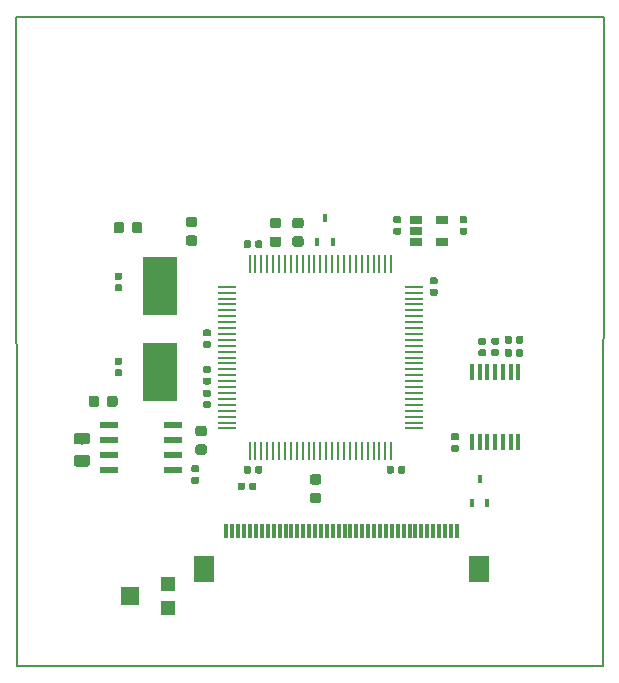
<source format=gbr>
G04 #@! TF.GenerationSoftware,KiCad,Pcbnew,5.1.0*
G04 #@! TF.CreationDate,2019-05-01T02:44:57+08:00*
G04 #@! TF.ProjectId,reflow-toaster-mainboard,7265666c-6f77-42d7-946f-61737465722d,rev?*
G04 #@! TF.SameCoordinates,Original*
G04 #@! TF.FileFunction,Paste,Top*
G04 #@! TF.FilePolarity,Positive*
%FSLAX46Y46*%
G04 Gerber Fmt 4.6, Leading zero omitted, Abs format (unit mm)*
G04 Created by KiCad (PCBNEW 5.1.0) date 2019-05-01 02:44:57*
%MOMM*%
%LPD*%
G04 APERTURE LIST*
%ADD10C,0.150000*%
%ADD11R,1.800000X2.200000*%
%ADD12R,0.300000X1.300000*%
%ADD13R,1.500000X0.280000*%
%ADD14R,0.280000X1.500000*%
%ADD15R,1.060000X0.650000*%
%ADD16R,0.450000X1.450000*%
%ADD17C,0.100000*%
%ADD18C,0.590000*%
%ADD19R,3.000000X4.900000*%
%ADD20R,0.450000X0.700000*%
%ADD21C,0.975000*%
%ADD22R,1.550000X0.600000*%
%ADD23C,0.875000*%
%ADD24R,1.200000X1.200000*%
%ADD25R,1.500000X1.600000*%
G04 APERTURE END LIST*
D10*
X171000000Y-54500000D02*
X121200000Y-54500000D01*
X121300000Y-109400000D02*
X121200000Y-54500000D01*
X170900000Y-109400000D02*
X121300000Y-109400000D01*
X171000000Y-54500000D02*
X170900000Y-109400000D01*
D11*
X160450000Y-101200000D03*
X137150000Y-101200000D03*
D12*
X139050000Y-97950000D03*
X139550000Y-97950000D03*
X140050000Y-97950000D03*
X140550000Y-97950000D03*
X141050000Y-97950000D03*
X141550000Y-97950000D03*
X142050000Y-97950000D03*
X142550000Y-97950000D03*
X143050000Y-97950000D03*
X143550000Y-97950000D03*
X144050000Y-97950000D03*
X144550000Y-97950000D03*
X145050000Y-97950000D03*
X145550000Y-97950000D03*
X146050000Y-97950000D03*
X146550000Y-97950000D03*
X147050000Y-97950000D03*
X147550000Y-97950000D03*
X148050000Y-97950000D03*
X148550000Y-97950000D03*
X149050000Y-97950000D03*
X149550000Y-97950000D03*
X150050000Y-97950000D03*
X150550000Y-97950000D03*
X151050000Y-97950000D03*
X151550000Y-97950000D03*
X152050000Y-97950000D03*
X152550000Y-97950000D03*
X153050000Y-97950000D03*
X153550000Y-97950000D03*
X154050000Y-97950000D03*
X154550000Y-97950000D03*
X155050000Y-97950000D03*
X155550000Y-97950000D03*
X156050000Y-97950000D03*
X156550000Y-97950000D03*
X157050000Y-97950000D03*
X157550000Y-97950000D03*
X158050000Y-97950000D03*
X158550000Y-97950000D03*
D13*
X139100000Y-77300000D03*
X139100000Y-77800000D03*
X139100000Y-78300000D03*
X139100000Y-78800000D03*
X139100000Y-79300000D03*
X139100000Y-79800000D03*
X139100000Y-80300000D03*
X139100000Y-80800000D03*
X139100000Y-81300000D03*
X139100000Y-81800000D03*
X139100000Y-82300000D03*
X139100000Y-82800000D03*
X139100000Y-83300000D03*
X139100000Y-83800000D03*
X139100000Y-84300000D03*
X139100000Y-84800000D03*
X139100000Y-85300000D03*
X139100000Y-85800000D03*
X139100000Y-86300000D03*
X139100000Y-86800000D03*
X139100000Y-87300000D03*
X139100000Y-87800000D03*
X139100000Y-88300000D03*
X139100000Y-88800000D03*
X139100000Y-89300000D03*
D14*
X141000000Y-91200000D03*
X141500000Y-91200000D03*
X142000000Y-91200000D03*
X142500000Y-91200000D03*
X143000000Y-91200000D03*
X143500000Y-91200000D03*
X144000000Y-91200000D03*
X144500000Y-91200000D03*
X145000000Y-91200000D03*
X145500000Y-91200000D03*
X146000000Y-91200000D03*
X146500000Y-91200000D03*
X147000000Y-91200000D03*
X147500000Y-91200000D03*
X148000000Y-91200000D03*
X148500000Y-91200000D03*
X149000000Y-91200000D03*
X149500000Y-91200000D03*
X150000000Y-91200000D03*
X150500000Y-91200000D03*
X151000000Y-91200000D03*
X151500000Y-91200000D03*
X152000000Y-91200000D03*
X152500000Y-91200000D03*
X153000000Y-91200000D03*
D13*
X154900000Y-89300000D03*
X154900000Y-88800000D03*
X154900000Y-88300000D03*
X154900000Y-87800000D03*
X154900000Y-87300000D03*
X154900000Y-86800000D03*
X154900000Y-86300000D03*
X154900000Y-85800000D03*
X154900000Y-85300000D03*
X154900000Y-84800000D03*
X154900000Y-84300000D03*
X154900000Y-83800000D03*
X154900000Y-83300000D03*
X154900000Y-82800000D03*
X154900000Y-82300000D03*
X154900000Y-81800000D03*
X154900000Y-81300000D03*
X154900000Y-80800000D03*
X154900000Y-80300000D03*
X154900000Y-79800000D03*
X154900000Y-79300000D03*
X154900000Y-78800000D03*
X154900000Y-78300000D03*
X154900000Y-77800000D03*
X154900000Y-77300000D03*
D14*
X153000000Y-75400000D03*
X152500000Y-75400000D03*
X152000000Y-75400000D03*
X151500000Y-75400000D03*
X151000000Y-75400000D03*
X150500000Y-75400000D03*
X150000000Y-75400000D03*
X149500000Y-75400000D03*
X149000000Y-75400000D03*
X148500000Y-75400000D03*
X148000000Y-75400000D03*
X147500000Y-75400000D03*
X147000000Y-75400000D03*
X146500000Y-75400000D03*
X146000000Y-75400000D03*
X145500000Y-75400000D03*
X145000000Y-75400000D03*
X144500000Y-75400000D03*
X144000000Y-75400000D03*
X143500000Y-75400000D03*
X143000000Y-75400000D03*
X142500000Y-75400000D03*
X142000000Y-75400000D03*
X141500000Y-75400000D03*
X141000000Y-75400000D03*
D15*
X155100000Y-71650000D03*
X155100000Y-72600000D03*
X155100000Y-73550000D03*
X157300000Y-73550000D03*
X157300000Y-71650000D03*
D16*
X163750000Y-84550000D03*
X163100000Y-84550000D03*
X162450000Y-84550000D03*
X161800000Y-84550000D03*
X161150000Y-84550000D03*
X160500000Y-84550000D03*
X159850000Y-84550000D03*
X159850000Y-90450000D03*
X160500000Y-90450000D03*
X161150000Y-90450000D03*
X161800000Y-90450000D03*
X162450000Y-90450000D03*
X163100000Y-90450000D03*
X163750000Y-90450000D03*
D17*
G36*
X130086958Y-77090710D02*
G01*
X130101276Y-77092834D01*
X130115317Y-77096351D01*
X130128946Y-77101228D01*
X130142031Y-77107417D01*
X130154447Y-77114858D01*
X130166073Y-77123481D01*
X130176798Y-77133202D01*
X130186519Y-77143927D01*
X130195142Y-77155553D01*
X130202583Y-77167969D01*
X130208772Y-77181054D01*
X130213649Y-77194683D01*
X130217166Y-77208724D01*
X130219290Y-77223042D01*
X130220000Y-77237500D01*
X130220000Y-77532500D01*
X130219290Y-77546958D01*
X130217166Y-77561276D01*
X130213649Y-77575317D01*
X130208772Y-77588946D01*
X130202583Y-77602031D01*
X130195142Y-77614447D01*
X130186519Y-77626073D01*
X130176798Y-77636798D01*
X130166073Y-77646519D01*
X130154447Y-77655142D01*
X130142031Y-77662583D01*
X130128946Y-77668772D01*
X130115317Y-77673649D01*
X130101276Y-77677166D01*
X130086958Y-77679290D01*
X130072500Y-77680000D01*
X129727500Y-77680000D01*
X129713042Y-77679290D01*
X129698724Y-77677166D01*
X129684683Y-77673649D01*
X129671054Y-77668772D01*
X129657969Y-77662583D01*
X129645553Y-77655142D01*
X129633927Y-77646519D01*
X129623202Y-77636798D01*
X129613481Y-77626073D01*
X129604858Y-77614447D01*
X129597417Y-77602031D01*
X129591228Y-77588946D01*
X129586351Y-77575317D01*
X129582834Y-77561276D01*
X129580710Y-77546958D01*
X129580000Y-77532500D01*
X129580000Y-77237500D01*
X129580710Y-77223042D01*
X129582834Y-77208724D01*
X129586351Y-77194683D01*
X129591228Y-77181054D01*
X129597417Y-77167969D01*
X129604858Y-77155553D01*
X129613481Y-77143927D01*
X129623202Y-77133202D01*
X129633927Y-77123481D01*
X129645553Y-77114858D01*
X129657969Y-77107417D01*
X129671054Y-77101228D01*
X129684683Y-77096351D01*
X129698724Y-77092834D01*
X129713042Y-77090710D01*
X129727500Y-77090000D01*
X130072500Y-77090000D01*
X130086958Y-77090710D01*
X130086958Y-77090710D01*
G37*
D18*
X129900000Y-77385000D03*
D17*
G36*
X130086958Y-76120710D02*
G01*
X130101276Y-76122834D01*
X130115317Y-76126351D01*
X130128946Y-76131228D01*
X130142031Y-76137417D01*
X130154447Y-76144858D01*
X130166073Y-76153481D01*
X130176798Y-76163202D01*
X130186519Y-76173927D01*
X130195142Y-76185553D01*
X130202583Y-76197969D01*
X130208772Y-76211054D01*
X130213649Y-76224683D01*
X130217166Y-76238724D01*
X130219290Y-76253042D01*
X130220000Y-76267500D01*
X130220000Y-76562500D01*
X130219290Y-76576958D01*
X130217166Y-76591276D01*
X130213649Y-76605317D01*
X130208772Y-76618946D01*
X130202583Y-76632031D01*
X130195142Y-76644447D01*
X130186519Y-76656073D01*
X130176798Y-76666798D01*
X130166073Y-76676519D01*
X130154447Y-76685142D01*
X130142031Y-76692583D01*
X130128946Y-76698772D01*
X130115317Y-76703649D01*
X130101276Y-76707166D01*
X130086958Y-76709290D01*
X130072500Y-76710000D01*
X129727500Y-76710000D01*
X129713042Y-76709290D01*
X129698724Y-76707166D01*
X129684683Y-76703649D01*
X129671054Y-76698772D01*
X129657969Y-76692583D01*
X129645553Y-76685142D01*
X129633927Y-76676519D01*
X129623202Y-76666798D01*
X129613481Y-76656073D01*
X129604858Y-76644447D01*
X129597417Y-76632031D01*
X129591228Y-76618946D01*
X129586351Y-76605317D01*
X129582834Y-76591276D01*
X129580710Y-76576958D01*
X129580000Y-76562500D01*
X129580000Y-76267500D01*
X129580710Y-76253042D01*
X129582834Y-76238724D01*
X129586351Y-76224683D01*
X129591228Y-76211054D01*
X129597417Y-76197969D01*
X129604858Y-76185553D01*
X129613481Y-76173927D01*
X129623202Y-76163202D01*
X129633927Y-76153481D01*
X129645553Y-76144858D01*
X129657969Y-76137417D01*
X129671054Y-76131228D01*
X129684683Y-76126351D01*
X129698724Y-76122834D01*
X129713042Y-76120710D01*
X129727500Y-76120000D01*
X130072500Y-76120000D01*
X130086958Y-76120710D01*
X130086958Y-76120710D01*
G37*
D18*
X129900000Y-76415000D03*
D17*
G36*
X130086958Y-83320710D02*
G01*
X130101276Y-83322834D01*
X130115317Y-83326351D01*
X130128946Y-83331228D01*
X130142031Y-83337417D01*
X130154447Y-83344858D01*
X130166073Y-83353481D01*
X130176798Y-83363202D01*
X130186519Y-83373927D01*
X130195142Y-83385553D01*
X130202583Y-83397969D01*
X130208772Y-83411054D01*
X130213649Y-83424683D01*
X130217166Y-83438724D01*
X130219290Y-83453042D01*
X130220000Y-83467500D01*
X130220000Y-83762500D01*
X130219290Y-83776958D01*
X130217166Y-83791276D01*
X130213649Y-83805317D01*
X130208772Y-83818946D01*
X130202583Y-83832031D01*
X130195142Y-83844447D01*
X130186519Y-83856073D01*
X130176798Y-83866798D01*
X130166073Y-83876519D01*
X130154447Y-83885142D01*
X130142031Y-83892583D01*
X130128946Y-83898772D01*
X130115317Y-83903649D01*
X130101276Y-83907166D01*
X130086958Y-83909290D01*
X130072500Y-83910000D01*
X129727500Y-83910000D01*
X129713042Y-83909290D01*
X129698724Y-83907166D01*
X129684683Y-83903649D01*
X129671054Y-83898772D01*
X129657969Y-83892583D01*
X129645553Y-83885142D01*
X129633927Y-83876519D01*
X129623202Y-83866798D01*
X129613481Y-83856073D01*
X129604858Y-83844447D01*
X129597417Y-83832031D01*
X129591228Y-83818946D01*
X129586351Y-83805317D01*
X129582834Y-83791276D01*
X129580710Y-83776958D01*
X129580000Y-83762500D01*
X129580000Y-83467500D01*
X129580710Y-83453042D01*
X129582834Y-83438724D01*
X129586351Y-83424683D01*
X129591228Y-83411054D01*
X129597417Y-83397969D01*
X129604858Y-83385553D01*
X129613481Y-83373927D01*
X129623202Y-83363202D01*
X129633927Y-83353481D01*
X129645553Y-83344858D01*
X129657969Y-83337417D01*
X129671054Y-83331228D01*
X129684683Y-83326351D01*
X129698724Y-83322834D01*
X129713042Y-83320710D01*
X129727500Y-83320000D01*
X130072500Y-83320000D01*
X130086958Y-83320710D01*
X130086958Y-83320710D01*
G37*
D18*
X129900000Y-83615000D03*
D17*
G36*
X130086958Y-84290710D02*
G01*
X130101276Y-84292834D01*
X130115317Y-84296351D01*
X130128946Y-84301228D01*
X130142031Y-84307417D01*
X130154447Y-84314858D01*
X130166073Y-84323481D01*
X130176798Y-84333202D01*
X130186519Y-84343927D01*
X130195142Y-84355553D01*
X130202583Y-84367969D01*
X130208772Y-84381054D01*
X130213649Y-84394683D01*
X130217166Y-84408724D01*
X130219290Y-84423042D01*
X130220000Y-84437500D01*
X130220000Y-84732500D01*
X130219290Y-84746958D01*
X130217166Y-84761276D01*
X130213649Y-84775317D01*
X130208772Y-84788946D01*
X130202583Y-84802031D01*
X130195142Y-84814447D01*
X130186519Y-84826073D01*
X130176798Y-84836798D01*
X130166073Y-84846519D01*
X130154447Y-84855142D01*
X130142031Y-84862583D01*
X130128946Y-84868772D01*
X130115317Y-84873649D01*
X130101276Y-84877166D01*
X130086958Y-84879290D01*
X130072500Y-84880000D01*
X129727500Y-84880000D01*
X129713042Y-84879290D01*
X129698724Y-84877166D01*
X129684683Y-84873649D01*
X129671054Y-84868772D01*
X129657969Y-84862583D01*
X129645553Y-84855142D01*
X129633927Y-84846519D01*
X129623202Y-84836798D01*
X129613481Y-84826073D01*
X129604858Y-84814447D01*
X129597417Y-84802031D01*
X129591228Y-84788946D01*
X129586351Y-84775317D01*
X129582834Y-84761276D01*
X129580710Y-84746958D01*
X129580000Y-84732500D01*
X129580000Y-84437500D01*
X129580710Y-84423042D01*
X129582834Y-84408724D01*
X129586351Y-84394683D01*
X129591228Y-84381054D01*
X129597417Y-84367969D01*
X129604858Y-84355553D01*
X129613481Y-84343927D01*
X129623202Y-84333202D01*
X129633927Y-84323481D01*
X129645553Y-84314858D01*
X129657969Y-84307417D01*
X129671054Y-84301228D01*
X129684683Y-84296351D01*
X129698724Y-84292834D01*
X129713042Y-84290710D01*
X129727500Y-84290000D01*
X130072500Y-84290000D01*
X130086958Y-84290710D01*
X130086958Y-84290710D01*
G37*
D18*
X129900000Y-84585000D03*
D17*
G36*
X137586958Y-86990710D02*
G01*
X137601276Y-86992834D01*
X137615317Y-86996351D01*
X137628946Y-87001228D01*
X137642031Y-87007417D01*
X137654447Y-87014858D01*
X137666073Y-87023481D01*
X137676798Y-87033202D01*
X137686519Y-87043927D01*
X137695142Y-87055553D01*
X137702583Y-87067969D01*
X137708772Y-87081054D01*
X137713649Y-87094683D01*
X137717166Y-87108724D01*
X137719290Y-87123042D01*
X137720000Y-87137500D01*
X137720000Y-87432500D01*
X137719290Y-87446958D01*
X137717166Y-87461276D01*
X137713649Y-87475317D01*
X137708772Y-87488946D01*
X137702583Y-87502031D01*
X137695142Y-87514447D01*
X137686519Y-87526073D01*
X137676798Y-87536798D01*
X137666073Y-87546519D01*
X137654447Y-87555142D01*
X137642031Y-87562583D01*
X137628946Y-87568772D01*
X137615317Y-87573649D01*
X137601276Y-87577166D01*
X137586958Y-87579290D01*
X137572500Y-87580000D01*
X137227500Y-87580000D01*
X137213042Y-87579290D01*
X137198724Y-87577166D01*
X137184683Y-87573649D01*
X137171054Y-87568772D01*
X137157969Y-87562583D01*
X137145553Y-87555142D01*
X137133927Y-87546519D01*
X137123202Y-87536798D01*
X137113481Y-87526073D01*
X137104858Y-87514447D01*
X137097417Y-87502031D01*
X137091228Y-87488946D01*
X137086351Y-87475317D01*
X137082834Y-87461276D01*
X137080710Y-87446958D01*
X137080000Y-87432500D01*
X137080000Y-87137500D01*
X137080710Y-87123042D01*
X137082834Y-87108724D01*
X137086351Y-87094683D01*
X137091228Y-87081054D01*
X137097417Y-87067969D01*
X137104858Y-87055553D01*
X137113481Y-87043927D01*
X137123202Y-87033202D01*
X137133927Y-87023481D01*
X137145553Y-87014858D01*
X137157969Y-87007417D01*
X137171054Y-87001228D01*
X137184683Y-86996351D01*
X137198724Y-86992834D01*
X137213042Y-86990710D01*
X137227500Y-86990000D01*
X137572500Y-86990000D01*
X137586958Y-86990710D01*
X137586958Y-86990710D01*
G37*
D18*
X137400000Y-87285000D03*
D17*
G36*
X137586958Y-86020710D02*
G01*
X137601276Y-86022834D01*
X137615317Y-86026351D01*
X137628946Y-86031228D01*
X137642031Y-86037417D01*
X137654447Y-86044858D01*
X137666073Y-86053481D01*
X137676798Y-86063202D01*
X137686519Y-86073927D01*
X137695142Y-86085553D01*
X137702583Y-86097969D01*
X137708772Y-86111054D01*
X137713649Y-86124683D01*
X137717166Y-86138724D01*
X137719290Y-86153042D01*
X137720000Y-86167500D01*
X137720000Y-86462500D01*
X137719290Y-86476958D01*
X137717166Y-86491276D01*
X137713649Y-86505317D01*
X137708772Y-86518946D01*
X137702583Y-86532031D01*
X137695142Y-86544447D01*
X137686519Y-86556073D01*
X137676798Y-86566798D01*
X137666073Y-86576519D01*
X137654447Y-86585142D01*
X137642031Y-86592583D01*
X137628946Y-86598772D01*
X137615317Y-86603649D01*
X137601276Y-86607166D01*
X137586958Y-86609290D01*
X137572500Y-86610000D01*
X137227500Y-86610000D01*
X137213042Y-86609290D01*
X137198724Y-86607166D01*
X137184683Y-86603649D01*
X137171054Y-86598772D01*
X137157969Y-86592583D01*
X137145553Y-86585142D01*
X137133927Y-86576519D01*
X137123202Y-86566798D01*
X137113481Y-86556073D01*
X137104858Y-86544447D01*
X137097417Y-86532031D01*
X137091228Y-86518946D01*
X137086351Y-86505317D01*
X137082834Y-86491276D01*
X137080710Y-86476958D01*
X137080000Y-86462500D01*
X137080000Y-86167500D01*
X137080710Y-86153042D01*
X137082834Y-86138724D01*
X137086351Y-86124683D01*
X137091228Y-86111054D01*
X137097417Y-86097969D01*
X137104858Y-86085553D01*
X137113481Y-86073927D01*
X137123202Y-86063202D01*
X137133927Y-86053481D01*
X137145553Y-86044858D01*
X137157969Y-86037417D01*
X137171054Y-86031228D01*
X137184683Y-86026351D01*
X137198724Y-86022834D01*
X137213042Y-86020710D01*
X137227500Y-86020000D01*
X137572500Y-86020000D01*
X137586958Y-86020710D01*
X137586958Y-86020710D01*
G37*
D18*
X137400000Y-86315000D03*
D17*
G36*
X153076958Y-92480710D02*
G01*
X153091276Y-92482834D01*
X153105317Y-92486351D01*
X153118946Y-92491228D01*
X153132031Y-92497417D01*
X153144447Y-92504858D01*
X153156073Y-92513481D01*
X153166798Y-92523202D01*
X153176519Y-92533927D01*
X153185142Y-92545553D01*
X153192583Y-92557969D01*
X153198772Y-92571054D01*
X153203649Y-92584683D01*
X153207166Y-92598724D01*
X153209290Y-92613042D01*
X153210000Y-92627500D01*
X153210000Y-92972500D01*
X153209290Y-92986958D01*
X153207166Y-93001276D01*
X153203649Y-93015317D01*
X153198772Y-93028946D01*
X153192583Y-93042031D01*
X153185142Y-93054447D01*
X153176519Y-93066073D01*
X153166798Y-93076798D01*
X153156073Y-93086519D01*
X153144447Y-93095142D01*
X153132031Y-93102583D01*
X153118946Y-93108772D01*
X153105317Y-93113649D01*
X153091276Y-93117166D01*
X153076958Y-93119290D01*
X153062500Y-93120000D01*
X152767500Y-93120000D01*
X152753042Y-93119290D01*
X152738724Y-93117166D01*
X152724683Y-93113649D01*
X152711054Y-93108772D01*
X152697969Y-93102583D01*
X152685553Y-93095142D01*
X152673927Y-93086519D01*
X152663202Y-93076798D01*
X152653481Y-93066073D01*
X152644858Y-93054447D01*
X152637417Y-93042031D01*
X152631228Y-93028946D01*
X152626351Y-93015317D01*
X152622834Y-93001276D01*
X152620710Y-92986958D01*
X152620000Y-92972500D01*
X152620000Y-92627500D01*
X152620710Y-92613042D01*
X152622834Y-92598724D01*
X152626351Y-92584683D01*
X152631228Y-92571054D01*
X152637417Y-92557969D01*
X152644858Y-92545553D01*
X152653481Y-92533927D01*
X152663202Y-92523202D01*
X152673927Y-92513481D01*
X152685553Y-92504858D01*
X152697969Y-92497417D01*
X152711054Y-92491228D01*
X152724683Y-92486351D01*
X152738724Y-92482834D01*
X152753042Y-92480710D01*
X152767500Y-92480000D01*
X153062500Y-92480000D01*
X153076958Y-92480710D01*
X153076958Y-92480710D01*
G37*
D18*
X152915000Y-92800000D03*
D17*
G36*
X154046958Y-92480710D02*
G01*
X154061276Y-92482834D01*
X154075317Y-92486351D01*
X154088946Y-92491228D01*
X154102031Y-92497417D01*
X154114447Y-92504858D01*
X154126073Y-92513481D01*
X154136798Y-92523202D01*
X154146519Y-92533927D01*
X154155142Y-92545553D01*
X154162583Y-92557969D01*
X154168772Y-92571054D01*
X154173649Y-92584683D01*
X154177166Y-92598724D01*
X154179290Y-92613042D01*
X154180000Y-92627500D01*
X154180000Y-92972500D01*
X154179290Y-92986958D01*
X154177166Y-93001276D01*
X154173649Y-93015317D01*
X154168772Y-93028946D01*
X154162583Y-93042031D01*
X154155142Y-93054447D01*
X154146519Y-93066073D01*
X154136798Y-93076798D01*
X154126073Y-93086519D01*
X154114447Y-93095142D01*
X154102031Y-93102583D01*
X154088946Y-93108772D01*
X154075317Y-93113649D01*
X154061276Y-93117166D01*
X154046958Y-93119290D01*
X154032500Y-93120000D01*
X153737500Y-93120000D01*
X153723042Y-93119290D01*
X153708724Y-93117166D01*
X153694683Y-93113649D01*
X153681054Y-93108772D01*
X153667969Y-93102583D01*
X153655553Y-93095142D01*
X153643927Y-93086519D01*
X153633202Y-93076798D01*
X153623481Y-93066073D01*
X153614858Y-93054447D01*
X153607417Y-93042031D01*
X153601228Y-93028946D01*
X153596351Y-93015317D01*
X153592834Y-93001276D01*
X153590710Y-92986958D01*
X153590000Y-92972500D01*
X153590000Y-92627500D01*
X153590710Y-92613042D01*
X153592834Y-92598724D01*
X153596351Y-92584683D01*
X153601228Y-92571054D01*
X153607417Y-92557969D01*
X153614858Y-92545553D01*
X153623481Y-92533927D01*
X153633202Y-92523202D01*
X153643927Y-92513481D01*
X153655553Y-92504858D01*
X153667969Y-92497417D01*
X153681054Y-92491228D01*
X153694683Y-92486351D01*
X153708724Y-92482834D01*
X153723042Y-92480710D01*
X153737500Y-92480000D01*
X154032500Y-92480000D01*
X154046958Y-92480710D01*
X154046958Y-92480710D01*
G37*
D18*
X153885000Y-92800000D03*
D17*
G36*
X156786958Y-76505710D02*
G01*
X156801276Y-76507834D01*
X156815317Y-76511351D01*
X156828946Y-76516228D01*
X156842031Y-76522417D01*
X156854447Y-76529858D01*
X156866073Y-76538481D01*
X156876798Y-76548202D01*
X156886519Y-76558927D01*
X156895142Y-76570553D01*
X156902583Y-76582969D01*
X156908772Y-76596054D01*
X156913649Y-76609683D01*
X156917166Y-76623724D01*
X156919290Y-76638042D01*
X156920000Y-76652500D01*
X156920000Y-76947500D01*
X156919290Y-76961958D01*
X156917166Y-76976276D01*
X156913649Y-76990317D01*
X156908772Y-77003946D01*
X156902583Y-77017031D01*
X156895142Y-77029447D01*
X156886519Y-77041073D01*
X156876798Y-77051798D01*
X156866073Y-77061519D01*
X156854447Y-77070142D01*
X156842031Y-77077583D01*
X156828946Y-77083772D01*
X156815317Y-77088649D01*
X156801276Y-77092166D01*
X156786958Y-77094290D01*
X156772500Y-77095000D01*
X156427500Y-77095000D01*
X156413042Y-77094290D01*
X156398724Y-77092166D01*
X156384683Y-77088649D01*
X156371054Y-77083772D01*
X156357969Y-77077583D01*
X156345553Y-77070142D01*
X156333927Y-77061519D01*
X156323202Y-77051798D01*
X156313481Y-77041073D01*
X156304858Y-77029447D01*
X156297417Y-77017031D01*
X156291228Y-77003946D01*
X156286351Y-76990317D01*
X156282834Y-76976276D01*
X156280710Y-76961958D01*
X156280000Y-76947500D01*
X156280000Y-76652500D01*
X156280710Y-76638042D01*
X156282834Y-76623724D01*
X156286351Y-76609683D01*
X156291228Y-76596054D01*
X156297417Y-76582969D01*
X156304858Y-76570553D01*
X156313481Y-76558927D01*
X156323202Y-76548202D01*
X156333927Y-76538481D01*
X156345553Y-76529858D01*
X156357969Y-76522417D01*
X156371054Y-76516228D01*
X156384683Y-76511351D01*
X156398724Y-76507834D01*
X156413042Y-76505710D01*
X156427500Y-76505000D01*
X156772500Y-76505000D01*
X156786958Y-76505710D01*
X156786958Y-76505710D01*
G37*
D18*
X156600000Y-76800000D03*
D17*
G36*
X156786958Y-77475710D02*
G01*
X156801276Y-77477834D01*
X156815317Y-77481351D01*
X156828946Y-77486228D01*
X156842031Y-77492417D01*
X156854447Y-77499858D01*
X156866073Y-77508481D01*
X156876798Y-77518202D01*
X156886519Y-77528927D01*
X156895142Y-77540553D01*
X156902583Y-77552969D01*
X156908772Y-77566054D01*
X156913649Y-77579683D01*
X156917166Y-77593724D01*
X156919290Y-77608042D01*
X156920000Y-77622500D01*
X156920000Y-77917500D01*
X156919290Y-77931958D01*
X156917166Y-77946276D01*
X156913649Y-77960317D01*
X156908772Y-77973946D01*
X156902583Y-77987031D01*
X156895142Y-77999447D01*
X156886519Y-78011073D01*
X156876798Y-78021798D01*
X156866073Y-78031519D01*
X156854447Y-78040142D01*
X156842031Y-78047583D01*
X156828946Y-78053772D01*
X156815317Y-78058649D01*
X156801276Y-78062166D01*
X156786958Y-78064290D01*
X156772500Y-78065000D01*
X156427500Y-78065000D01*
X156413042Y-78064290D01*
X156398724Y-78062166D01*
X156384683Y-78058649D01*
X156371054Y-78053772D01*
X156357969Y-78047583D01*
X156345553Y-78040142D01*
X156333927Y-78031519D01*
X156323202Y-78021798D01*
X156313481Y-78011073D01*
X156304858Y-77999447D01*
X156297417Y-77987031D01*
X156291228Y-77973946D01*
X156286351Y-77960317D01*
X156282834Y-77946276D01*
X156280710Y-77931958D01*
X156280000Y-77917500D01*
X156280000Y-77622500D01*
X156280710Y-77608042D01*
X156282834Y-77593724D01*
X156286351Y-77579683D01*
X156291228Y-77566054D01*
X156297417Y-77552969D01*
X156304858Y-77540553D01*
X156313481Y-77528927D01*
X156323202Y-77518202D01*
X156333927Y-77508481D01*
X156345553Y-77499858D01*
X156357969Y-77492417D01*
X156371054Y-77486228D01*
X156384683Y-77481351D01*
X156398724Y-77477834D01*
X156413042Y-77475710D01*
X156427500Y-77475000D01*
X156772500Y-77475000D01*
X156786958Y-77475710D01*
X156786958Y-77475710D01*
G37*
D18*
X156600000Y-77770000D03*
D17*
G36*
X140976958Y-73380710D02*
G01*
X140991276Y-73382834D01*
X141005317Y-73386351D01*
X141018946Y-73391228D01*
X141032031Y-73397417D01*
X141044447Y-73404858D01*
X141056073Y-73413481D01*
X141066798Y-73423202D01*
X141076519Y-73433927D01*
X141085142Y-73445553D01*
X141092583Y-73457969D01*
X141098772Y-73471054D01*
X141103649Y-73484683D01*
X141107166Y-73498724D01*
X141109290Y-73513042D01*
X141110000Y-73527500D01*
X141110000Y-73872500D01*
X141109290Y-73886958D01*
X141107166Y-73901276D01*
X141103649Y-73915317D01*
X141098772Y-73928946D01*
X141092583Y-73942031D01*
X141085142Y-73954447D01*
X141076519Y-73966073D01*
X141066798Y-73976798D01*
X141056073Y-73986519D01*
X141044447Y-73995142D01*
X141032031Y-74002583D01*
X141018946Y-74008772D01*
X141005317Y-74013649D01*
X140991276Y-74017166D01*
X140976958Y-74019290D01*
X140962500Y-74020000D01*
X140667500Y-74020000D01*
X140653042Y-74019290D01*
X140638724Y-74017166D01*
X140624683Y-74013649D01*
X140611054Y-74008772D01*
X140597969Y-74002583D01*
X140585553Y-73995142D01*
X140573927Y-73986519D01*
X140563202Y-73976798D01*
X140553481Y-73966073D01*
X140544858Y-73954447D01*
X140537417Y-73942031D01*
X140531228Y-73928946D01*
X140526351Y-73915317D01*
X140522834Y-73901276D01*
X140520710Y-73886958D01*
X140520000Y-73872500D01*
X140520000Y-73527500D01*
X140520710Y-73513042D01*
X140522834Y-73498724D01*
X140526351Y-73484683D01*
X140531228Y-73471054D01*
X140537417Y-73457969D01*
X140544858Y-73445553D01*
X140553481Y-73433927D01*
X140563202Y-73423202D01*
X140573927Y-73413481D01*
X140585553Y-73404858D01*
X140597969Y-73397417D01*
X140611054Y-73391228D01*
X140624683Y-73386351D01*
X140638724Y-73382834D01*
X140653042Y-73380710D01*
X140667500Y-73380000D01*
X140962500Y-73380000D01*
X140976958Y-73380710D01*
X140976958Y-73380710D01*
G37*
D18*
X140815000Y-73700000D03*
D17*
G36*
X141946958Y-73380710D02*
G01*
X141961276Y-73382834D01*
X141975317Y-73386351D01*
X141988946Y-73391228D01*
X142002031Y-73397417D01*
X142014447Y-73404858D01*
X142026073Y-73413481D01*
X142036798Y-73423202D01*
X142046519Y-73433927D01*
X142055142Y-73445553D01*
X142062583Y-73457969D01*
X142068772Y-73471054D01*
X142073649Y-73484683D01*
X142077166Y-73498724D01*
X142079290Y-73513042D01*
X142080000Y-73527500D01*
X142080000Y-73872500D01*
X142079290Y-73886958D01*
X142077166Y-73901276D01*
X142073649Y-73915317D01*
X142068772Y-73928946D01*
X142062583Y-73942031D01*
X142055142Y-73954447D01*
X142046519Y-73966073D01*
X142036798Y-73976798D01*
X142026073Y-73986519D01*
X142014447Y-73995142D01*
X142002031Y-74002583D01*
X141988946Y-74008772D01*
X141975317Y-74013649D01*
X141961276Y-74017166D01*
X141946958Y-74019290D01*
X141932500Y-74020000D01*
X141637500Y-74020000D01*
X141623042Y-74019290D01*
X141608724Y-74017166D01*
X141594683Y-74013649D01*
X141581054Y-74008772D01*
X141567969Y-74002583D01*
X141555553Y-73995142D01*
X141543927Y-73986519D01*
X141533202Y-73976798D01*
X141523481Y-73966073D01*
X141514858Y-73954447D01*
X141507417Y-73942031D01*
X141501228Y-73928946D01*
X141496351Y-73915317D01*
X141492834Y-73901276D01*
X141490710Y-73886958D01*
X141490000Y-73872500D01*
X141490000Y-73527500D01*
X141490710Y-73513042D01*
X141492834Y-73498724D01*
X141496351Y-73484683D01*
X141501228Y-73471054D01*
X141507417Y-73457969D01*
X141514858Y-73445553D01*
X141523481Y-73433927D01*
X141533202Y-73423202D01*
X141543927Y-73413481D01*
X141555553Y-73404858D01*
X141567969Y-73397417D01*
X141581054Y-73391228D01*
X141594683Y-73386351D01*
X141608724Y-73382834D01*
X141623042Y-73380710D01*
X141637500Y-73380000D01*
X141932500Y-73380000D01*
X141946958Y-73380710D01*
X141946958Y-73380710D01*
G37*
D18*
X141785000Y-73700000D03*
D17*
G36*
X153686958Y-71320710D02*
G01*
X153701276Y-71322834D01*
X153715317Y-71326351D01*
X153728946Y-71331228D01*
X153742031Y-71337417D01*
X153754447Y-71344858D01*
X153766073Y-71353481D01*
X153776798Y-71363202D01*
X153786519Y-71373927D01*
X153795142Y-71385553D01*
X153802583Y-71397969D01*
X153808772Y-71411054D01*
X153813649Y-71424683D01*
X153817166Y-71438724D01*
X153819290Y-71453042D01*
X153820000Y-71467500D01*
X153820000Y-71762500D01*
X153819290Y-71776958D01*
X153817166Y-71791276D01*
X153813649Y-71805317D01*
X153808772Y-71818946D01*
X153802583Y-71832031D01*
X153795142Y-71844447D01*
X153786519Y-71856073D01*
X153776798Y-71866798D01*
X153766073Y-71876519D01*
X153754447Y-71885142D01*
X153742031Y-71892583D01*
X153728946Y-71898772D01*
X153715317Y-71903649D01*
X153701276Y-71907166D01*
X153686958Y-71909290D01*
X153672500Y-71910000D01*
X153327500Y-71910000D01*
X153313042Y-71909290D01*
X153298724Y-71907166D01*
X153284683Y-71903649D01*
X153271054Y-71898772D01*
X153257969Y-71892583D01*
X153245553Y-71885142D01*
X153233927Y-71876519D01*
X153223202Y-71866798D01*
X153213481Y-71856073D01*
X153204858Y-71844447D01*
X153197417Y-71832031D01*
X153191228Y-71818946D01*
X153186351Y-71805317D01*
X153182834Y-71791276D01*
X153180710Y-71776958D01*
X153180000Y-71762500D01*
X153180000Y-71467500D01*
X153180710Y-71453042D01*
X153182834Y-71438724D01*
X153186351Y-71424683D01*
X153191228Y-71411054D01*
X153197417Y-71397969D01*
X153204858Y-71385553D01*
X153213481Y-71373927D01*
X153223202Y-71363202D01*
X153233927Y-71353481D01*
X153245553Y-71344858D01*
X153257969Y-71337417D01*
X153271054Y-71331228D01*
X153284683Y-71326351D01*
X153298724Y-71322834D01*
X153313042Y-71320710D01*
X153327500Y-71320000D01*
X153672500Y-71320000D01*
X153686958Y-71320710D01*
X153686958Y-71320710D01*
G37*
D18*
X153500000Y-71615000D03*
D17*
G36*
X153686958Y-72290710D02*
G01*
X153701276Y-72292834D01*
X153715317Y-72296351D01*
X153728946Y-72301228D01*
X153742031Y-72307417D01*
X153754447Y-72314858D01*
X153766073Y-72323481D01*
X153776798Y-72333202D01*
X153786519Y-72343927D01*
X153795142Y-72355553D01*
X153802583Y-72367969D01*
X153808772Y-72381054D01*
X153813649Y-72394683D01*
X153817166Y-72408724D01*
X153819290Y-72423042D01*
X153820000Y-72437500D01*
X153820000Y-72732500D01*
X153819290Y-72746958D01*
X153817166Y-72761276D01*
X153813649Y-72775317D01*
X153808772Y-72788946D01*
X153802583Y-72802031D01*
X153795142Y-72814447D01*
X153786519Y-72826073D01*
X153776798Y-72836798D01*
X153766073Y-72846519D01*
X153754447Y-72855142D01*
X153742031Y-72862583D01*
X153728946Y-72868772D01*
X153715317Y-72873649D01*
X153701276Y-72877166D01*
X153686958Y-72879290D01*
X153672500Y-72880000D01*
X153327500Y-72880000D01*
X153313042Y-72879290D01*
X153298724Y-72877166D01*
X153284683Y-72873649D01*
X153271054Y-72868772D01*
X153257969Y-72862583D01*
X153245553Y-72855142D01*
X153233927Y-72846519D01*
X153223202Y-72836798D01*
X153213481Y-72826073D01*
X153204858Y-72814447D01*
X153197417Y-72802031D01*
X153191228Y-72788946D01*
X153186351Y-72775317D01*
X153182834Y-72761276D01*
X153180710Y-72746958D01*
X153180000Y-72732500D01*
X153180000Y-72437500D01*
X153180710Y-72423042D01*
X153182834Y-72408724D01*
X153186351Y-72394683D01*
X153191228Y-72381054D01*
X153197417Y-72367969D01*
X153204858Y-72355553D01*
X153213481Y-72343927D01*
X153223202Y-72333202D01*
X153233927Y-72323481D01*
X153245553Y-72314858D01*
X153257969Y-72307417D01*
X153271054Y-72301228D01*
X153284683Y-72296351D01*
X153298724Y-72292834D01*
X153313042Y-72290710D01*
X153327500Y-72290000D01*
X153672500Y-72290000D01*
X153686958Y-72290710D01*
X153686958Y-72290710D01*
G37*
D18*
X153500000Y-72585000D03*
D17*
G36*
X140976958Y-92480710D02*
G01*
X140991276Y-92482834D01*
X141005317Y-92486351D01*
X141018946Y-92491228D01*
X141032031Y-92497417D01*
X141044447Y-92504858D01*
X141056073Y-92513481D01*
X141066798Y-92523202D01*
X141076519Y-92533927D01*
X141085142Y-92545553D01*
X141092583Y-92557969D01*
X141098772Y-92571054D01*
X141103649Y-92584683D01*
X141107166Y-92598724D01*
X141109290Y-92613042D01*
X141110000Y-92627500D01*
X141110000Y-92972500D01*
X141109290Y-92986958D01*
X141107166Y-93001276D01*
X141103649Y-93015317D01*
X141098772Y-93028946D01*
X141092583Y-93042031D01*
X141085142Y-93054447D01*
X141076519Y-93066073D01*
X141066798Y-93076798D01*
X141056073Y-93086519D01*
X141044447Y-93095142D01*
X141032031Y-93102583D01*
X141018946Y-93108772D01*
X141005317Y-93113649D01*
X140991276Y-93117166D01*
X140976958Y-93119290D01*
X140962500Y-93120000D01*
X140667500Y-93120000D01*
X140653042Y-93119290D01*
X140638724Y-93117166D01*
X140624683Y-93113649D01*
X140611054Y-93108772D01*
X140597969Y-93102583D01*
X140585553Y-93095142D01*
X140573927Y-93086519D01*
X140563202Y-93076798D01*
X140553481Y-93066073D01*
X140544858Y-93054447D01*
X140537417Y-93042031D01*
X140531228Y-93028946D01*
X140526351Y-93015317D01*
X140522834Y-93001276D01*
X140520710Y-92986958D01*
X140520000Y-92972500D01*
X140520000Y-92627500D01*
X140520710Y-92613042D01*
X140522834Y-92598724D01*
X140526351Y-92584683D01*
X140531228Y-92571054D01*
X140537417Y-92557969D01*
X140544858Y-92545553D01*
X140553481Y-92533927D01*
X140563202Y-92523202D01*
X140573927Y-92513481D01*
X140585553Y-92504858D01*
X140597969Y-92497417D01*
X140611054Y-92491228D01*
X140624683Y-92486351D01*
X140638724Y-92482834D01*
X140653042Y-92480710D01*
X140667500Y-92480000D01*
X140962500Y-92480000D01*
X140976958Y-92480710D01*
X140976958Y-92480710D01*
G37*
D18*
X140815000Y-92800000D03*
D17*
G36*
X141946958Y-92480710D02*
G01*
X141961276Y-92482834D01*
X141975317Y-92486351D01*
X141988946Y-92491228D01*
X142002031Y-92497417D01*
X142014447Y-92504858D01*
X142026073Y-92513481D01*
X142036798Y-92523202D01*
X142046519Y-92533927D01*
X142055142Y-92545553D01*
X142062583Y-92557969D01*
X142068772Y-92571054D01*
X142073649Y-92584683D01*
X142077166Y-92598724D01*
X142079290Y-92613042D01*
X142080000Y-92627500D01*
X142080000Y-92972500D01*
X142079290Y-92986958D01*
X142077166Y-93001276D01*
X142073649Y-93015317D01*
X142068772Y-93028946D01*
X142062583Y-93042031D01*
X142055142Y-93054447D01*
X142046519Y-93066073D01*
X142036798Y-93076798D01*
X142026073Y-93086519D01*
X142014447Y-93095142D01*
X142002031Y-93102583D01*
X141988946Y-93108772D01*
X141975317Y-93113649D01*
X141961276Y-93117166D01*
X141946958Y-93119290D01*
X141932500Y-93120000D01*
X141637500Y-93120000D01*
X141623042Y-93119290D01*
X141608724Y-93117166D01*
X141594683Y-93113649D01*
X141581054Y-93108772D01*
X141567969Y-93102583D01*
X141555553Y-93095142D01*
X141543927Y-93086519D01*
X141533202Y-93076798D01*
X141523481Y-93066073D01*
X141514858Y-93054447D01*
X141507417Y-93042031D01*
X141501228Y-93028946D01*
X141496351Y-93015317D01*
X141492834Y-93001276D01*
X141490710Y-92986958D01*
X141490000Y-92972500D01*
X141490000Y-92627500D01*
X141490710Y-92613042D01*
X141492834Y-92598724D01*
X141496351Y-92584683D01*
X141501228Y-92571054D01*
X141507417Y-92557969D01*
X141514858Y-92545553D01*
X141523481Y-92533927D01*
X141533202Y-92523202D01*
X141543927Y-92513481D01*
X141555553Y-92504858D01*
X141567969Y-92497417D01*
X141581054Y-92491228D01*
X141594683Y-92486351D01*
X141608724Y-92482834D01*
X141623042Y-92480710D01*
X141637500Y-92480000D01*
X141932500Y-92480000D01*
X141946958Y-92480710D01*
X141946958Y-92480710D01*
G37*
D18*
X141785000Y-92800000D03*
D17*
G36*
X137586958Y-80920710D02*
G01*
X137601276Y-80922834D01*
X137615317Y-80926351D01*
X137628946Y-80931228D01*
X137642031Y-80937417D01*
X137654447Y-80944858D01*
X137666073Y-80953481D01*
X137676798Y-80963202D01*
X137686519Y-80973927D01*
X137695142Y-80985553D01*
X137702583Y-80997969D01*
X137708772Y-81011054D01*
X137713649Y-81024683D01*
X137717166Y-81038724D01*
X137719290Y-81053042D01*
X137720000Y-81067500D01*
X137720000Y-81362500D01*
X137719290Y-81376958D01*
X137717166Y-81391276D01*
X137713649Y-81405317D01*
X137708772Y-81418946D01*
X137702583Y-81432031D01*
X137695142Y-81444447D01*
X137686519Y-81456073D01*
X137676798Y-81466798D01*
X137666073Y-81476519D01*
X137654447Y-81485142D01*
X137642031Y-81492583D01*
X137628946Y-81498772D01*
X137615317Y-81503649D01*
X137601276Y-81507166D01*
X137586958Y-81509290D01*
X137572500Y-81510000D01*
X137227500Y-81510000D01*
X137213042Y-81509290D01*
X137198724Y-81507166D01*
X137184683Y-81503649D01*
X137171054Y-81498772D01*
X137157969Y-81492583D01*
X137145553Y-81485142D01*
X137133927Y-81476519D01*
X137123202Y-81466798D01*
X137113481Y-81456073D01*
X137104858Y-81444447D01*
X137097417Y-81432031D01*
X137091228Y-81418946D01*
X137086351Y-81405317D01*
X137082834Y-81391276D01*
X137080710Y-81376958D01*
X137080000Y-81362500D01*
X137080000Y-81067500D01*
X137080710Y-81053042D01*
X137082834Y-81038724D01*
X137086351Y-81024683D01*
X137091228Y-81011054D01*
X137097417Y-80997969D01*
X137104858Y-80985553D01*
X137113481Y-80973927D01*
X137123202Y-80963202D01*
X137133927Y-80953481D01*
X137145553Y-80944858D01*
X137157969Y-80937417D01*
X137171054Y-80931228D01*
X137184683Y-80926351D01*
X137198724Y-80922834D01*
X137213042Y-80920710D01*
X137227500Y-80920000D01*
X137572500Y-80920000D01*
X137586958Y-80920710D01*
X137586958Y-80920710D01*
G37*
D18*
X137400000Y-81215000D03*
D17*
G36*
X137586958Y-81890710D02*
G01*
X137601276Y-81892834D01*
X137615317Y-81896351D01*
X137628946Y-81901228D01*
X137642031Y-81907417D01*
X137654447Y-81914858D01*
X137666073Y-81923481D01*
X137676798Y-81933202D01*
X137686519Y-81943927D01*
X137695142Y-81955553D01*
X137702583Y-81967969D01*
X137708772Y-81981054D01*
X137713649Y-81994683D01*
X137717166Y-82008724D01*
X137719290Y-82023042D01*
X137720000Y-82037500D01*
X137720000Y-82332500D01*
X137719290Y-82346958D01*
X137717166Y-82361276D01*
X137713649Y-82375317D01*
X137708772Y-82388946D01*
X137702583Y-82402031D01*
X137695142Y-82414447D01*
X137686519Y-82426073D01*
X137676798Y-82436798D01*
X137666073Y-82446519D01*
X137654447Y-82455142D01*
X137642031Y-82462583D01*
X137628946Y-82468772D01*
X137615317Y-82473649D01*
X137601276Y-82477166D01*
X137586958Y-82479290D01*
X137572500Y-82480000D01*
X137227500Y-82480000D01*
X137213042Y-82479290D01*
X137198724Y-82477166D01*
X137184683Y-82473649D01*
X137171054Y-82468772D01*
X137157969Y-82462583D01*
X137145553Y-82455142D01*
X137133927Y-82446519D01*
X137123202Y-82436798D01*
X137113481Y-82426073D01*
X137104858Y-82414447D01*
X137097417Y-82402031D01*
X137091228Y-82388946D01*
X137086351Y-82375317D01*
X137082834Y-82361276D01*
X137080710Y-82346958D01*
X137080000Y-82332500D01*
X137080000Y-82037500D01*
X137080710Y-82023042D01*
X137082834Y-82008724D01*
X137086351Y-81994683D01*
X137091228Y-81981054D01*
X137097417Y-81967969D01*
X137104858Y-81955553D01*
X137113481Y-81943927D01*
X137123202Y-81933202D01*
X137133927Y-81923481D01*
X137145553Y-81914858D01*
X137157969Y-81907417D01*
X137171054Y-81901228D01*
X137184683Y-81896351D01*
X137198724Y-81892834D01*
X137213042Y-81890710D01*
X137227500Y-81890000D01*
X137572500Y-81890000D01*
X137586958Y-81890710D01*
X137586958Y-81890710D01*
G37*
D18*
X137400000Y-82185000D03*
D17*
G36*
X159286958Y-72290710D02*
G01*
X159301276Y-72292834D01*
X159315317Y-72296351D01*
X159328946Y-72301228D01*
X159342031Y-72307417D01*
X159354447Y-72314858D01*
X159366073Y-72323481D01*
X159376798Y-72333202D01*
X159386519Y-72343927D01*
X159395142Y-72355553D01*
X159402583Y-72367969D01*
X159408772Y-72381054D01*
X159413649Y-72394683D01*
X159417166Y-72408724D01*
X159419290Y-72423042D01*
X159420000Y-72437500D01*
X159420000Y-72732500D01*
X159419290Y-72746958D01*
X159417166Y-72761276D01*
X159413649Y-72775317D01*
X159408772Y-72788946D01*
X159402583Y-72802031D01*
X159395142Y-72814447D01*
X159386519Y-72826073D01*
X159376798Y-72836798D01*
X159366073Y-72846519D01*
X159354447Y-72855142D01*
X159342031Y-72862583D01*
X159328946Y-72868772D01*
X159315317Y-72873649D01*
X159301276Y-72877166D01*
X159286958Y-72879290D01*
X159272500Y-72880000D01*
X158927500Y-72880000D01*
X158913042Y-72879290D01*
X158898724Y-72877166D01*
X158884683Y-72873649D01*
X158871054Y-72868772D01*
X158857969Y-72862583D01*
X158845553Y-72855142D01*
X158833927Y-72846519D01*
X158823202Y-72836798D01*
X158813481Y-72826073D01*
X158804858Y-72814447D01*
X158797417Y-72802031D01*
X158791228Y-72788946D01*
X158786351Y-72775317D01*
X158782834Y-72761276D01*
X158780710Y-72746958D01*
X158780000Y-72732500D01*
X158780000Y-72437500D01*
X158780710Y-72423042D01*
X158782834Y-72408724D01*
X158786351Y-72394683D01*
X158791228Y-72381054D01*
X158797417Y-72367969D01*
X158804858Y-72355553D01*
X158813481Y-72343927D01*
X158823202Y-72333202D01*
X158833927Y-72323481D01*
X158845553Y-72314858D01*
X158857969Y-72307417D01*
X158871054Y-72301228D01*
X158884683Y-72296351D01*
X158898724Y-72292834D01*
X158913042Y-72290710D01*
X158927500Y-72290000D01*
X159272500Y-72290000D01*
X159286958Y-72290710D01*
X159286958Y-72290710D01*
G37*
D18*
X159100000Y-72585000D03*
D17*
G36*
X159286958Y-71320710D02*
G01*
X159301276Y-71322834D01*
X159315317Y-71326351D01*
X159328946Y-71331228D01*
X159342031Y-71337417D01*
X159354447Y-71344858D01*
X159366073Y-71353481D01*
X159376798Y-71363202D01*
X159386519Y-71373927D01*
X159395142Y-71385553D01*
X159402583Y-71397969D01*
X159408772Y-71411054D01*
X159413649Y-71424683D01*
X159417166Y-71438724D01*
X159419290Y-71453042D01*
X159420000Y-71467500D01*
X159420000Y-71762500D01*
X159419290Y-71776958D01*
X159417166Y-71791276D01*
X159413649Y-71805317D01*
X159408772Y-71818946D01*
X159402583Y-71832031D01*
X159395142Y-71844447D01*
X159386519Y-71856073D01*
X159376798Y-71866798D01*
X159366073Y-71876519D01*
X159354447Y-71885142D01*
X159342031Y-71892583D01*
X159328946Y-71898772D01*
X159315317Y-71903649D01*
X159301276Y-71907166D01*
X159286958Y-71909290D01*
X159272500Y-71910000D01*
X158927500Y-71910000D01*
X158913042Y-71909290D01*
X158898724Y-71907166D01*
X158884683Y-71903649D01*
X158871054Y-71898772D01*
X158857969Y-71892583D01*
X158845553Y-71885142D01*
X158833927Y-71876519D01*
X158823202Y-71866798D01*
X158813481Y-71856073D01*
X158804858Y-71844447D01*
X158797417Y-71832031D01*
X158791228Y-71818946D01*
X158786351Y-71805317D01*
X158782834Y-71791276D01*
X158780710Y-71776958D01*
X158780000Y-71762500D01*
X158780000Y-71467500D01*
X158780710Y-71453042D01*
X158782834Y-71438724D01*
X158786351Y-71424683D01*
X158791228Y-71411054D01*
X158797417Y-71397969D01*
X158804858Y-71385553D01*
X158813481Y-71373927D01*
X158823202Y-71363202D01*
X158833927Y-71353481D01*
X158845553Y-71344858D01*
X158857969Y-71337417D01*
X158871054Y-71331228D01*
X158884683Y-71326351D01*
X158898724Y-71322834D01*
X158913042Y-71320710D01*
X158927500Y-71320000D01*
X159272500Y-71320000D01*
X159286958Y-71320710D01*
X159286958Y-71320710D01*
G37*
D18*
X159100000Y-71615000D03*
D17*
G36*
X161986958Y-82575710D02*
G01*
X162001276Y-82577834D01*
X162015317Y-82581351D01*
X162028946Y-82586228D01*
X162042031Y-82592417D01*
X162054447Y-82599858D01*
X162066073Y-82608481D01*
X162076798Y-82618202D01*
X162086519Y-82628927D01*
X162095142Y-82640553D01*
X162102583Y-82652969D01*
X162108772Y-82666054D01*
X162113649Y-82679683D01*
X162117166Y-82693724D01*
X162119290Y-82708042D01*
X162120000Y-82722500D01*
X162120000Y-83017500D01*
X162119290Y-83031958D01*
X162117166Y-83046276D01*
X162113649Y-83060317D01*
X162108772Y-83073946D01*
X162102583Y-83087031D01*
X162095142Y-83099447D01*
X162086519Y-83111073D01*
X162076798Y-83121798D01*
X162066073Y-83131519D01*
X162054447Y-83140142D01*
X162042031Y-83147583D01*
X162028946Y-83153772D01*
X162015317Y-83158649D01*
X162001276Y-83162166D01*
X161986958Y-83164290D01*
X161972500Y-83165000D01*
X161627500Y-83165000D01*
X161613042Y-83164290D01*
X161598724Y-83162166D01*
X161584683Y-83158649D01*
X161571054Y-83153772D01*
X161557969Y-83147583D01*
X161545553Y-83140142D01*
X161533927Y-83131519D01*
X161523202Y-83121798D01*
X161513481Y-83111073D01*
X161504858Y-83099447D01*
X161497417Y-83087031D01*
X161491228Y-83073946D01*
X161486351Y-83060317D01*
X161482834Y-83046276D01*
X161480710Y-83031958D01*
X161480000Y-83017500D01*
X161480000Y-82722500D01*
X161480710Y-82708042D01*
X161482834Y-82693724D01*
X161486351Y-82679683D01*
X161491228Y-82666054D01*
X161497417Y-82652969D01*
X161504858Y-82640553D01*
X161513481Y-82628927D01*
X161523202Y-82618202D01*
X161533927Y-82608481D01*
X161545553Y-82599858D01*
X161557969Y-82592417D01*
X161571054Y-82586228D01*
X161584683Y-82581351D01*
X161598724Y-82577834D01*
X161613042Y-82575710D01*
X161627500Y-82575000D01*
X161972500Y-82575000D01*
X161986958Y-82575710D01*
X161986958Y-82575710D01*
G37*
D18*
X161800000Y-82870000D03*
D17*
G36*
X161986958Y-81605710D02*
G01*
X162001276Y-81607834D01*
X162015317Y-81611351D01*
X162028946Y-81616228D01*
X162042031Y-81622417D01*
X162054447Y-81629858D01*
X162066073Y-81638481D01*
X162076798Y-81648202D01*
X162086519Y-81658927D01*
X162095142Y-81670553D01*
X162102583Y-81682969D01*
X162108772Y-81696054D01*
X162113649Y-81709683D01*
X162117166Y-81723724D01*
X162119290Y-81738042D01*
X162120000Y-81752500D01*
X162120000Y-82047500D01*
X162119290Y-82061958D01*
X162117166Y-82076276D01*
X162113649Y-82090317D01*
X162108772Y-82103946D01*
X162102583Y-82117031D01*
X162095142Y-82129447D01*
X162086519Y-82141073D01*
X162076798Y-82151798D01*
X162066073Y-82161519D01*
X162054447Y-82170142D01*
X162042031Y-82177583D01*
X162028946Y-82183772D01*
X162015317Y-82188649D01*
X162001276Y-82192166D01*
X161986958Y-82194290D01*
X161972500Y-82195000D01*
X161627500Y-82195000D01*
X161613042Y-82194290D01*
X161598724Y-82192166D01*
X161584683Y-82188649D01*
X161571054Y-82183772D01*
X161557969Y-82177583D01*
X161545553Y-82170142D01*
X161533927Y-82161519D01*
X161523202Y-82151798D01*
X161513481Y-82141073D01*
X161504858Y-82129447D01*
X161497417Y-82117031D01*
X161491228Y-82103946D01*
X161486351Y-82090317D01*
X161482834Y-82076276D01*
X161480710Y-82061958D01*
X161480000Y-82047500D01*
X161480000Y-81752500D01*
X161480710Y-81738042D01*
X161482834Y-81723724D01*
X161486351Y-81709683D01*
X161491228Y-81696054D01*
X161497417Y-81682969D01*
X161504858Y-81670553D01*
X161513481Y-81658927D01*
X161523202Y-81648202D01*
X161533927Y-81638481D01*
X161545553Y-81629858D01*
X161557969Y-81622417D01*
X161571054Y-81616228D01*
X161584683Y-81611351D01*
X161598724Y-81607834D01*
X161613042Y-81605710D01*
X161627500Y-81605000D01*
X161972500Y-81605000D01*
X161986958Y-81605710D01*
X161986958Y-81605710D01*
G37*
D18*
X161800000Y-81900000D03*
D17*
G36*
X164046958Y-81480710D02*
G01*
X164061276Y-81482834D01*
X164075317Y-81486351D01*
X164088946Y-81491228D01*
X164102031Y-81497417D01*
X164114447Y-81504858D01*
X164126073Y-81513481D01*
X164136798Y-81523202D01*
X164146519Y-81533927D01*
X164155142Y-81545553D01*
X164162583Y-81557969D01*
X164168772Y-81571054D01*
X164173649Y-81584683D01*
X164177166Y-81598724D01*
X164179290Y-81613042D01*
X164180000Y-81627500D01*
X164180000Y-81972500D01*
X164179290Y-81986958D01*
X164177166Y-82001276D01*
X164173649Y-82015317D01*
X164168772Y-82028946D01*
X164162583Y-82042031D01*
X164155142Y-82054447D01*
X164146519Y-82066073D01*
X164136798Y-82076798D01*
X164126073Y-82086519D01*
X164114447Y-82095142D01*
X164102031Y-82102583D01*
X164088946Y-82108772D01*
X164075317Y-82113649D01*
X164061276Y-82117166D01*
X164046958Y-82119290D01*
X164032500Y-82120000D01*
X163737500Y-82120000D01*
X163723042Y-82119290D01*
X163708724Y-82117166D01*
X163694683Y-82113649D01*
X163681054Y-82108772D01*
X163667969Y-82102583D01*
X163655553Y-82095142D01*
X163643927Y-82086519D01*
X163633202Y-82076798D01*
X163623481Y-82066073D01*
X163614858Y-82054447D01*
X163607417Y-82042031D01*
X163601228Y-82028946D01*
X163596351Y-82015317D01*
X163592834Y-82001276D01*
X163590710Y-81986958D01*
X163590000Y-81972500D01*
X163590000Y-81627500D01*
X163590710Y-81613042D01*
X163592834Y-81598724D01*
X163596351Y-81584683D01*
X163601228Y-81571054D01*
X163607417Y-81557969D01*
X163614858Y-81545553D01*
X163623481Y-81533927D01*
X163633202Y-81523202D01*
X163643927Y-81513481D01*
X163655553Y-81504858D01*
X163667969Y-81497417D01*
X163681054Y-81491228D01*
X163694683Y-81486351D01*
X163708724Y-81482834D01*
X163723042Y-81480710D01*
X163737500Y-81480000D01*
X164032500Y-81480000D01*
X164046958Y-81480710D01*
X164046958Y-81480710D01*
G37*
D18*
X163885000Y-81800000D03*
D17*
G36*
X163076958Y-81480710D02*
G01*
X163091276Y-81482834D01*
X163105317Y-81486351D01*
X163118946Y-81491228D01*
X163132031Y-81497417D01*
X163144447Y-81504858D01*
X163156073Y-81513481D01*
X163166798Y-81523202D01*
X163176519Y-81533927D01*
X163185142Y-81545553D01*
X163192583Y-81557969D01*
X163198772Y-81571054D01*
X163203649Y-81584683D01*
X163207166Y-81598724D01*
X163209290Y-81613042D01*
X163210000Y-81627500D01*
X163210000Y-81972500D01*
X163209290Y-81986958D01*
X163207166Y-82001276D01*
X163203649Y-82015317D01*
X163198772Y-82028946D01*
X163192583Y-82042031D01*
X163185142Y-82054447D01*
X163176519Y-82066073D01*
X163166798Y-82076798D01*
X163156073Y-82086519D01*
X163144447Y-82095142D01*
X163132031Y-82102583D01*
X163118946Y-82108772D01*
X163105317Y-82113649D01*
X163091276Y-82117166D01*
X163076958Y-82119290D01*
X163062500Y-82120000D01*
X162767500Y-82120000D01*
X162753042Y-82119290D01*
X162738724Y-82117166D01*
X162724683Y-82113649D01*
X162711054Y-82108772D01*
X162697969Y-82102583D01*
X162685553Y-82095142D01*
X162673927Y-82086519D01*
X162663202Y-82076798D01*
X162653481Y-82066073D01*
X162644858Y-82054447D01*
X162637417Y-82042031D01*
X162631228Y-82028946D01*
X162626351Y-82015317D01*
X162622834Y-82001276D01*
X162620710Y-81986958D01*
X162620000Y-81972500D01*
X162620000Y-81627500D01*
X162620710Y-81613042D01*
X162622834Y-81598724D01*
X162626351Y-81584683D01*
X162631228Y-81571054D01*
X162637417Y-81557969D01*
X162644858Y-81545553D01*
X162653481Y-81533927D01*
X162663202Y-81523202D01*
X162673927Y-81513481D01*
X162685553Y-81504858D01*
X162697969Y-81497417D01*
X162711054Y-81491228D01*
X162724683Y-81486351D01*
X162738724Y-81482834D01*
X162753042Y-81480710D01*
X162767500Y-81480000D01*
X163062500Y-81480000D01*
X163076958Y-81480710D01*
X163076958Y-81480710D01*
G37*
D18*
X162915000Y-81800000D03*
D17*
G36*
X164031958Y-82580710D02*
G01*
X164046276Y-82582834D01*
X164060317Y-82586351D01*
X164073946Y-82591228D01*
X164087031Y-82597417D01*
X164099447Y-82604858D01*
X164111073Y-82613481D01*
X164121798Y-82623202D01*
X164131519Y-82633927D01*
X164140142Y-82645553D01*
X164147583Y-82657969D01*
X164153772Y-82671054D01*
X164158649Y-82684683D01*
X164162166Y-82698724D01*
X164164290Y-82713042D01*
X164165000Y-82727500D01*
X164165000Y-83072500D01*
X164164290Y-83086958D01*
X164162166Y-83101276D01*
X164158649Y-83115317D01*
X164153772Y-83128946D01*
X164147583Y-83142031D01*
X164140142Y-83154447D01*
X164131519Y-83166073D01*
X164121798Y-83176798D01*
X164111073Y-83186519D01*
X164099447Y-83195142D01*
X164087031Y-83202583D01*
X164073946Y-83208772D01*
X164060317Y-83213649D01*
X164046276Y-83217166D01*
X164031958Y-83219290D01*
X164017500Y-83220000D01*
X163722500Y-83220000D01*
X163708042Y-83219290D01*
X163693724Y-83217166D01*
X163679683Y-83213649D01*
X163666054Y-83208772D01*
X163652969Y-83202583D01*
X163640553Y-83195142D01*
X163628927Y-83186519D01*
X163618202Y-83176798D01*
X163608481Y-83166073D01*
X163599858Y-83154447D01*
X163592417Y-83142031D01*
X163586228Y-83128946D01*
X163581351Y-83115317D01*
X163577834Y-83101276D01*
X163575710Y-83086958D01*
X163575000Y-83072500D01*
X163575000Y-82727500D01*
X163575710Y-82713042D01*
X163577834Y-82698724D01*
X163581351Y-82684683D01*
X163586228Y-82671054D01*
X163592417Y-82657969D01*
X163599858Y-82645553D01*
X163608481Y-82633927D01*
X163618202Y-82623202D01*
X163628927Y-82613481D01*
X163640553Y-82604858D01*
X163652969Y-82597417D01*
X163666054Y-82591228D01*
X163679683Y-82586351D01*
X163693724Y-82582834D01*
X163708042Y-82580710D01*
X163722500Y-82580000D01*
X164017500Y-82580000D01*
X164031958Y-82580710D01*
X164031958Y-82580710D01*
G37*
D18*
X163870000Y-82900000D03*
D17*
G36*
X163061958Y-82580710D02*
G01*
X163076276Y-82582834D01*
X163090317Y-82586351D01*
X163103946Y-82591228D01*
X163117031Y-82597417D01*
X163129447Y-82604858D01*
X163141073Y-82613481D01*
X163151798Y-82623202D01*
X163161519Y-82633927D01*
X163170142Y-82645553D01*
X163177583Y-82657969D01*
X163183772Y-82671054D01*
X163188649Y-82684683D01*
X163192166Y-82698724D01*
X163194290Y-82713042D01*
X163195000Y-82727500D01*
X163195000Y-83072500D01*
X163194290Y-83086958D01*
X163192166Y-83101276D01*
X163188649Y-83115317D01*
X163183772Y-83128946D01*
X163177583Y-83142031D01*
X163170142Y-83154447D01*
X163161519Y-83166073D01*
X163151798Y-83176798D01*
X163141073Y-83186519D01*
X163129447Y-83195142D01*
X163117031Y-83202583D01*
X163103946Y-83208772D01*
X163090317Y-83213649D01*
X163076276Y-83217166D01*
X163061958Y-83219290D01*
X163047500Y-83220000D01*
X162752500Y-83220000D01*
X162738042Y-83219290D01*
X162723724Y-83217166D01*
X162709683Y-83213649D01*
X162696054Y-83208772D01*
X162682969Y-83202583D01*
X162670553Y-83195142D01*
X162658927Y-83186519D01*
X162648202Y-83176798D01*
X162638481Y-83166073D01*
X162629858Y-83154447D01*
X162622417Y-83142031D01*
X162616228Y-83128946D01*
X162611351Y-83115317D01*
X162607834Y-83101276D01*
X162605710Y-83086958D01*
X162605000Y-83072500D01*
X162605000Y-82727500D01*
X162605710Y-82713042D01*
X162607834Y-82698724D01*
X162611351Y-82684683D01*
X162616228Y-82671054D01*
X162622417Y-82657969D01*
X162629858Y-82645553D01*
X162638481Y-82633927D01*
X162648202Y-82623202D01*
X162658927Y-82613481D01*
X162670553Y-82604858D01*
X162682969Y-82597417D01*
X162696054Y-82591228D01*
X162709683Y-82586351D01*
X162723724Y-82582834D01*
X162738042Y-82580710D01*
X162752500Y-82580000D01*
X163047500Y-82580000D01*
X163061958Y-82580710D01*
X163061958Y-82580710D01*
G37*
D18*
X162900000Y-82900000D03*
D17*
G36*
X160886958Y-81635710D02*
G01*
X160901276Y-81637834D01*
X160915317Y-81641351D01*
X160928946Y-81646228D01*
X160942031Y-81652417D01*
X160954447Y-81659858D01*
X160966073Y-81668481D01*
X160976798Y-81678202D01*
X160986519Y-81688927D01*
X160995142Y-81700553D01*
X161002583Y-81712969D01*
X161008772Y-81726054D01*
X161013649Y-81739683D01*
X161017166Y-81753724D01*
X161019290Y-81768042D01*
X161020000Y-81782500D01*
X161020000Y-82077500D01*
X161019290Y-82091958D01*
X161017166Y-82106276D01*
X161013649Y-82120317D01*
X161008772Y-82133946D01*
X161002583Y-82147031D01*
X160995142Y-82159447D01*
X160986519Y-82171073D01*
X160976798Y-82181798D01*
X160966073Y-82191519D01*
X160954447Y-82200142D01*
X160942031Y-82207583D01*
X160928946Y-82213772D01*
X160915317Y-82218649D01*
X160901276Y-82222166D01*
X160886958Y-82224290D01*
X160872500Y-82225000D01*
X160527500Y-82225000D01*
X160513042Y-82224290D01*
X160498724Y-82222166D01*
X160484683Y-82218649D01*
X160471054Y-82213772D01*
X160457969Y-82207583D01*
X160445553Y-82200142D01*
X160433927Y-82191519D01*
X160423202Y-82181798D01*
X160413481Y-82171073D01*
X160404858Y-82159447D01*
X160397417Y-82147031D01*
X160391228Y-82133946D01*
X160386351Y-82120317D01*
X160382834Y-82106276D01*
X160380710Y-82091958D01*
X160380000Y-82077500D01*
X160380000Y-81782500D01*
X160380710Y-81768042D01*
X160382834Y-81753724D01*
X160386351Y-81739683D01*
X160391228Y-81726054D01*
X160397417Y-81712969D01*
X160404858Y-81700553D01*
X160413481Y-81688927D01*
X160423202Y-81678202D01*
X160433927Y-81668481D01*
X160445553Y-81659858D01*
X160457969Y-81652417D01*
X160471054Y-81646228D01*
X160484683Y-81641351D01*
X160498724Y-81637834D01*
X160513042Y-81635710D01*
X160527500Y-81635000D01*
X160872500Y-81635000D01*
X160886958Y-81635710D01*
X160886958Y-81635710D01*
G37*
D18*
X160700000Y-81930000D03*
D17*
G36*
X160886958Y-82605710D02*
G01*
X160901276Y-82607834D01*
X160915317Y-82611351D01*
X160928946Y-82616228D01*
X160942031Y-82622417D01*
X160954447Y-82629858D01*
X160966073Y-82638481D01*
X160976798Y-82648202D01*
X160986519Y-82658927D01*
X160995142Y-82670553D01*
X161002583Y-82682969D01*
X161008772Y-82696054D01*
X161013649Y-82709683D01*
X161017166Y-82723724D01*
X161019290Y-82738042D01*
X161020000Y-82752500D01*
X161020000Y-83047500D01*
X161019290Y-83061958D01*
X161017166Y-83076276D01*
X161013649Y-83090317D01*
X161008772Y-83103946D01*
X161002583Y-83117031D01*
X160995142Y-83129447D01*
X160986519Y-83141073D01*
X160976798Y-83151798D01*
X160966073Y-83161519D01*
X160954447Y-83170142D01*
X160942031Y-83177583D01*
X160928946Y-83183772D01*
X160915317Y-83188649D01*
X160901276Y-83192166D01*
X160886958Y-83194290D01*
X160872500Y-83195000D01*
X160527500Y-83195000D01*
X160513042Y-83194290D01*
X160498724Y-83192166D01*
X160484683Y-83188649D01*
X160471054Y-83183772D01*
X160457969Y-83177583D01*
X160445553Y-83170142D01*
X160433927Y-83161519D01*
X160423202Y-83151798D01*
X160413481Y-83141073D01*
X160404858Y-83129447D01*
X160397417Y-83117031D01*
X160391228Y-83103946D01*
X160386351Y-83090317D01*
X160382834Y-83076276D01*
X160380710Y-83061958D01*
X160380000Y-83047500D01*
X160380000Y-82752500D01*
X160380710Y-82738042D01*
X160382834Y-82723724D01*
X160386351Y-82709683D01*
X160391228Y-82696054D01*
X160397417Y-82682969D01*
X160404858Y-82670553D01*
X160413481Y-82658927D01*
X160423202Y-82648202D01*
X160433927Y-82638481D01*
X160445553Y-82629858D01*
X160457969Y-82622417D01*
X160471054Y-82616228D01*
X160484683Y-82611351D01*
X160498724Y-82607834D01*
X160513042Y-82605710D01*
X160527500Y-82605000D01*
X160872500Y-82605000D01*
X160886958Y-82605710D01*
X160886958Y-82605710D01*
G37*
D18*
X160700000Y-82900000D03*
D17*
G36*
X158586958Y-89720710D02*
G01*
X158601276Y-89722834D01*
X158615317Y-89726351D01*
X158628946Y-89731228D01*
X158642031Y-89737417D01*
X158654447Y-89744858D01*
X158666073Y-89753481D01*
X158676798Y-89763202D01*
X158686519Y-89773927D01*
X158695142Y-89785553D01*
X158702583Y-89797969D01*
X158708772Y-89811054D01*
X158713649Y-89824683D01*
X158717166Y-89838724D01*
X158719290Y-89853042D01*
X158720000Y-89867500D01*
X158720000Y-90162500D01*
X158719290Y-90176958D01*
X158717166Y-90191276D01*
X158713649Y-90205317D01*
X158708772Y-90218946D01*
X158702583Y-90232031D01*
X158695142Y-90244447D01*
X158686519Y-90256073D01*
X158676798Y-90266798D01*
X158666073Y-90276519D01*
X158654447Y-90285142D01*
X158642031Y-90292583D01*
X158628946Y-90298772D01*
X158615317Y-90303649D01*
X158601276Y-90307166D01*
X158586958Y-90309290D01*
X158572500Y-90310000D01*
X158227500Y-90310000D01*
X158213042Y-90309290D01*
X158198724Y-90307166D01*
X158184683Y-90303649D01*
X158171054Y-90298772D01*
X158157969Y-90292583D01*
X158145553Y-90285142D01*
X158133927Y-90276519D01*
X158123202Y-90266798D01*
X158113481Y-90256073D01*
X158104858Y-90244447D01*
X158097417Y-90232031D01*
X158091228Y-90218946D01*
X158086351Y-90205317D01*
X158082834Y-90191276D01*
X158080710Y-90176958D01*
X158080000Y-90162500D01*
X158080000Y-89867500D01*
X158080710Y-89853042D01*
X158082834Y-89838724D01*
X158086351Y-89824683D01*
X158091228Y-89811054D01*
X158097417Y-89797969D01*
X158104858Y-89785553D01*
X158113481Y-89773927D01*
X158123202Y-89763202D01*
X158133927Y-89753481D01*
X158145553Y-89744858D01*
X158157969Y-89737417D01*
X158171054Y-89731228D01*
X158184683Y-89726351D01*
X158198724Y-89722834D01*
X158213042Y-89720710D01*
X158227500Y-89720000D01*
X158572500Y-89720000D01*
X158586958Y-89720710D01*
X158586958Y-89720710D01*
G37*
D18*
X158400000Y-90015000D03*
D17*
G36*
X158586958Y-90690710D02*
G01*
X158601276Y-90692834D01*
X158615317Y-90696351D01*
X158628946Y-90701228D01*
X158642031Y-90707417D01*
X158654447Y-90714858D01*
X158666073Y-90723481D01*
X158676798Y-90733202D01*
X158686519Y-90743927D01*
X158695142Y-90755553D01*
X158702583Y-90767969D01*
X158708772Y-90781054D01*
X158713649Y-90794683D01*
X158717166Y-90808724D01*
X158719290Y-90823042D01*
X158720000Y-90837500D01*
X158720000Y-91132500D01*
X158719290Y-91146958D01*
X158717166Y-91161276D01*
X158713649Y-91175317D01*
X158708772Y-91188946D01*
X158702583Y-91202031D01*
X158695142Y-91214447D01*
X158686519Y-91226073D01*
X158676798Y-91236798D01*
X158666073Y-91246519D01*
X158654447Y-91255142D01*
X158642031Y-91262583D01*
X158628946Y-91268772D01*
X158615317Y-91273649D01*
X158601276Y-91277166D01*
X158586958Y-91279290D01*
X158572500Y-91280000D01*
X158227500Y-91280000D01*
X158213042Y-91279290D01*
X158198724Y-91277166D01*
X158184683Y-91273649D01*
X158171054Y-91268772D01*
X158157969Y-91262583D01*
X158145553Y-91255142D01*
X158133927Y-91246519D01*
X158123202Y-91236798D01*
X158113481Y-91226073D01*
X158104858Y-91214447D01*
X158097417Y-91202031D01*
X158091228Y-91188946D01*
X158086351Y-91175317D01*
X158082834Y-91161276D01*
X158080710Y-91146958D01*
X158080000Y-91132500D01*
X158080000Y-90837500D01*
X158080710Y-90823042D01*
X158082834Y-90808724D01*
X158086351Y-90794683D01*
X158091228Y-90781054D01*
X158097417Y-90767969D01*
X158104858Y-90755553D01*
X158113481Y-90743927D01*
X158123202Y-90733202D01*
X158133927Y-90723481D01*
X158145553Y-90714858D01*
X158157969Y-90707417D01*
X158171054Y-90701228D01*
X158184683Y-90696351D01*
X158198724Y-90692834D01*
X158213042Y-90690710D01*
X158227500Y-90690000D01*
X158572500Y-90690000D01*
X158586958Y-90690710D01*
X158586958Y-90690710D01*
G37*
D18*
X158400000Y-90985000D03*
D19*
X133400000Y-84550000D03*
X133400000Y-77250000D03*
D20*
X147400000Y-71500000D03*
X148050000Y-73500000D03*
X146750000Y-73500000D03*
X159850000Y-95600000D03*
X161150000Y-95600000D03*
X160500000Y-93600000D03*
D17*
G36*
X137586958Y-84990710D02*
G01*
X137601276Y-84992834D01*
X137615317Y-84996351D01*
X137628946Y-85001228D01*
X137642031Y-85007417D01*
X137654447Y-85014858D01*
X137666073Y-85023481D01*
X137676798Y-85033202D01*
X137686519Y-85043927D01*
X137695142Y-85055553D01*
X137702583Y-85067969D01*
X137708772Y-85081054D01*
X137713649Y-85094683D01*
X137717166Y-85108724D01*
X137719290Y-85123042D01*
X137720000Y-85137500D01*
X137720000Y-85432500D01*
X137719290Y-85446958D01*
X137717166Y-85461276D01*
X137713649Y-85475317D01*
X137708772Y-85488946D01*
X137702583Y-85502031D01*
X137695142Y-85514447D01*
X137686519Y-85526073D01*
X137676798Y-85536798D01*
X137666073Y-85546519D01*
X137654447Y-85555142D01*
X137642031Y-85562583D01*
X137628946Y-85568772D01*
X137615317Y-85573649D01*
X137601276Y-85577166D01*
X137586958Y-85579290D01*
X137572500Y-85580000D01*
X137227500Y-85580000D01*
X137213042Y-85579290D01*
X137198724Y-85577166D01*
X137184683Y-85573649D01*
X137171054Y-85568772D01*
X137157969Y-85562583D01*
X137145553Y-85555142D01*
X137133927Y-85546519D01*
X137123202Y-85536798D01*
X137113481Y-85526073D01*
X137104858Y-85514447D01*
X137097417Y-85502031D01*
X137091228Y-85488946D01*
X137086351Y-85475317D01*
X137082834Y-85461276D01*
X137080710Y-85446958D01*
X137080000Y-85432500D01*
X137080000Y-85137500D01*
X137080710Y-85123042D01*
X137082834Y-85108724D01*
X137086351Y-85094683D01*
X137091228Y-85081054D01*
X137097417Y-85067969D01*
X137104858Y-85055553D01*
X137113481Y-85043927D01*
X137123202Y-85033202D01*
X137133927Y-85023481D01*
X137145553Y-85014858D01*
X137157969Y-85007417D01*
X137171054Y-85001228D01*
X137184683Y-84996351D01*
X137198724Y-84992834D01*
X137213042Y-84990710D01*
X137227500Y-84990000D01*
X137572500Y-84990000D01*
X137586958Y-84990710D01*
X137586958Y-84990710D01*
G37*
D18*
X137400000Y-85285000D03*
D17*
G36*
X137586958Y-84020710D02*
G01*
X137601276Y-84022834D01*
X137615317Y-84026351D01*
X137628946Y-84031228D01*
X137642031Y-84037417D01*
X137654447Y-84044858D01*
X137666073Y-84053481D01*
X137676798Y-84063202D01*
X137686519Y-84073927D01*
X137695142Y-84085553D01*
X137702583Y-84097969D01*
X137708772Y-84111054D01*
X137713649Y-84124683D01*
X137717166Y-84138724D01*
X137719290Y-84153042D01*
X137720000Y-84167500D01*
X137720000Y-84462500D01*
X137719290Y-84476958D01*
X137717166Y-84491276D01*
X137713649Y-84505317D01*
X137708772Y-84518946D01*
X137702583Y-84532031D01*
X137695142Y-84544447D01*
X137686519Y-84556073D01*
X137676798Y-84566798D01*
X137666073Y-84576519D01*
X137654447Y-84585142D01*
X137642031Y-84592583D01*
X137628946Y-84598772D01*
X137615317Y-84603649D01*
X137601276Y-84607166D01*
X137586958Y-84609290D01*
X137572500Y-84610000D01*
X137227500Y-84610000D01*
X137213042Y-84609290D01*
X137198724Y-84607166D01*
X137184683Y-84603649D01*
X137171054Y-84598772D01*
X137157969Y-84592583D01*
X137145553Y-84585142D01*
X137133927Y-84576519D01*
X137123202Y-84566798D01*
X137113481Y-84556073D01*
X137104858Y-84544447D01*
X137097417Y-84532031D01*
X137091228Y-84518946D01*
X137086351Y-84505317D01*
X137082834Y-84491276D01*
X137080710Y-84476958D01*
X137080000Y-84462500D01*
X137080000Y-84167500D01*
X137080710Y-84153042D01*
X137082834Y-84138724D01*
X137086351Y-84124683D01*
X137091228Y-84111054D01*
X137097417Y-84097969D01*
X137104858Y-84085553D01*
X137113481Y-84073927D01*
X137123202Y-84063202D01*
X137133927Y-84053481D01*
X137145553Y-84044858D01*
X137157969Y-84037417D01*
X137171054Y-84031228D01*
X137184683Y-84026351D01*
X137198724Y-84022834D01*
X137213042Y-84020710D01*
X137227500Y-84020000D01*
X137572500Y-84020000D01*
X137586958Y-84020710D01*
X137586958Y-84020710D01*
G37*
D18*
X137400000Y-84315000D03*
D17*
G36*
X141446958Y-93880710D02*
G01*
X141461276Y-93882834D01*
X141475317Y-93886351D01*
X141488946Y-93891228D01*
X141502031Y-93897417D01*
X141514447Y-93904858D01*
X141526073Y-93913481D01*
X141536798Y-93923202D01*
X141546519Y-93933927D01*
X141555142Y-93945553D01*
X141562583Y-93957969D01*
X141568772Y-93971054D01*
X141573649Y-93984683D01*
X141577166Y-93998724D01*
X141579290Y-94013042D01*
X141580000Y-94027500D01*
X141580000Y-94372500D01*
X141579290Y-94386958D01*
X141577166Y-94401276D01*
X141573649Y-94415317D01*
X141568772Y-94428946D01*
X141562583Y-94442031D01*
X141555142Y-94454447D01*
X141546519Y-94466073D01*
X141536798Y-94476798D01*
X141526073Y-94486519D01*
X141514447Y-94495142D01*
X141502031Y-94502583D01*
X141488946Y-94508772D01*
X141475317Y-94513649D01*
X141461276Y-94517166D01*
X141446958Y-94519290D01*
X141432500Y-94520000D01*
X141137500Y-94520000D01*
X141123042Y-94519290D01*
X141108724Y-94517166D01*
X141094683Y-94513649D01*
X141081054Y-94508772D01*
X141067969Y-94502583D01*
X141055553Y-94495142D01*
X141043927Y-94486519D01*
X141033202Y-94476798D01*
X141023481Y-94466073D01*
X141014858Y-94454447D01*
X141007417Y-94442031D01*
X141001228Y-94428946D01*
X140996351Y-94415317D01*
X140992834Y-94401276D01*
X140990710Y-94386958D01*
X140990000Y-94372500D01*
X140990000Y-94027500D01*
X140990710Y-94013042D01*
X140992834Y-93998724D01*
X140996351Y-93984683D01*
X141001228Y-93971054D01*
X141007417Y-93957969D01*
X141014858Y-93945553D01*
X141023481Y-93933927D01*
X141033202Y-93923202D01*
X141043927Y-93913481D01*
X141055553Y-93904858D01*
X141067969Y-93897417D01*
X141081054Y-93891228D01*
X141094683Y-93886351D01*
X141108724Y-93882834D01*
X141123042Y-93880710D01*
X141137500Y-93880000D01*
X141432500Y-93880000D01*
X141446958Y-93880710D01*
X141446958Y-93880710D01*
G37*
D18*
X141285000Y-94200000D03*
D17*
G36*
X140476958Y-93880710D02*
G01*
X140491276Y-93882834D01*
X140505317Y-93886351D01*
X140518946Y-93891228D01*
X140532031Y-93897417D01*
X140544447Y-93904858D01*
X140556073Y-93913481D01*
X140566798Y-93923202D01*
X140576519Y-93933927D01*
X140585142Y-93945553D01*
X140592583Y-93957969D01*
X140598772Y-93971054D01*
X140603649Y-93984683D01*
X140607166Y-93998724D01*
X140609290Y-94013042D01*
X140610000Y-94027500D01*
X140610000Y-94372500D01*
X140609290Y-94386958D01*
X140607166Y-94401276D01*
X140603649Y-94415317D01*
X140598772Y-94428946D01*
X140592583Y-94442031D01*
X140585142Y-94454447D01*
X140576519Y-94466073D01*
X140566798Y-94476798D01*
X140556073Y-94486519D01*
X140544447Y-94495142D01*
X140532031Y-94502583D01*
X140518946Y-94508772D01*
X140505317Y-94513649D01*
X140491276Y-94517166D01*
X140476958Y-94519290D01*
X140462500Y-94520000D01*
X140167500Y-94520000D01*
X140153042Y-94519290D01*
X140138724Y-94517166D01*
X140124683Y-94513649D01*
X140111054Y-94508772D01*
X140097969Y-94502583D01*
X140085553Y-94495142D01*
X140073927Y-94486519D01*
X140063202Y-94476798D01*
X140053481Y-94466073D01*
X140044858Y-94454447D01*
X140037417Y-94442031D01*
X140031228Y-94428946D01*
X140026351Y-94415317D01*
X140022834Y-94401276D01*
X140020710Y-94386958D01*
X140020000Y-94372500D01*
X140020000Y-94027500D01*
X140020710Y-94013042D01*
X140022834Y-93998724D01*
X140026351Y-93984683D01*
X140031228Y-93971054D01*
X140037417Y-93957969D01*
X140044858Y-93945553D01*
X140053481Y-93933927D01*
X140063202Y-93923202D01*
X140073927Y-93913481D01*
X140085553Y-93904858D01*
X140097969Y-93897417D01*
X140111054Y-93891228D01*
X140124683Y-93886351D01*
X140138724Y-93882834D01*
X140153042Y-93880710D01*
X140167500Y-93880000D01*
X140462500Y-93880000D01*
X140476958Y-93880710D01*
X140476958Y-93880710D01*
G37*
D18*
X140315000Y-94200000D03*
D17*
G36*
X136586958Y-93390710D02*
G01*
X136601276Y-93392834D01*
X136615317Y-93396351D01*
X136628946Y-93401228D01*
X136642031Y-93407417D01*
X136654447Y-93414858D01*
X136666073Y-93423481D01*
X136676798Y-93433202D01*
X136686519Y-93443927D01*
X136695142Y-93455553D01*
X136702583Y-93467969D01*
X136708772Y-93481054D01*
X136713649Y-93494683D01*
X136717166Y-93508724D01*
X136719290Y-93523042D01*
X136720000Y-93537500D01*
X136720000Y-93832500D01*
X136719290Y-93846958D01*
X136717166Y-93861276D01*
X136713649Y-93875317D01*
X136708772Y-93888946D01*
X136702583Y-93902031D01*
X136695142Y-93914447D01*
X136686519Y-93926073D01*
X136676798Y-93936798D01*
X136666073Y-93946519D01*
X136654447Y-93955142D01*
X136642031Y-93962583D01*
X136628946Y-93968772D01*
X136615317Y-93973649D01*
X136601276Y-93977166D01*
X136586958Y-93979290D01*
X136572500Y-93980000D01*
X136227500Y-93980000D01*
X136213042Y-93979290D01*
X136198724Y-93977166D01*
X136184683Y-93973649D01*
X136171054Y-93968772D01*
X136157969Y-93962583D01*
X136145553Y-93955142D01*
X136133927Y-93946519D01*
X136123202Y-93936798D01*
X136113481Y-93926073D01*
X136104858Y-93914447D01*
X136097417Y-93902031D01*
X136091228Y-93888946D01*
X136086351Y-93875317D01*
X136082834Y-93861276D01*
X136080710Y-93846958D01*
X136080000Y-93832500D01*
X136080000Y-93537500D01*
X136080710Y-93523042D01*
X136082834Y-93508724D01*
X136086351Y-93494683D01*
X136091228Y-93481054D01*
X136097417Y-93467969D01*
X136104858Y-93455553D01*
X136113481Y-93443927D01*
X136123202Y-93433202D01*
X136133927Y-93423481D01*
X136145553Y-93414858D01*
X136157969Y-93407417D01*
X136171054Y-93401228D01*
X136184683Y-93396351D01*
X136198724Y-93392834D01*
X136213042Y-93390710D01*
X136227500Y-93390000D01*
X136572500Y-93390000D01*
X136586958Y-93390710D01*
X136586958Y-93390710D01*
G37*
D18*
X136400000Y-93685000D03*
D17*
G36*
X136586958Y-92420710D02*
G01*
X136601276Y-92422834D01*
X136615317Y-92426351D01*
X136628946Y-92431228D01*
X136642031Y-92437417D01*
X136654447Y-92444858D01*
X136666073Y-92453481D01*
X136676798Y-92463202D01*
X136686519Y-92473927D01*
X136695142Y-92485553D01*
X136702583Y-92497969D01*
X136708772Y-92511054D01*
X136713649Y-92524683D01*
X136717166Y-92538724D01*
X136719290Y-92553042D01*
X136720000Y-92567500D01*
X136720000Y-92862500D01*
X136719290Y-92876958D01*
X136717166Y-92891276D01*
X136713649Y-92905317D01*
X136708772Y-92918946D01*
X136702583Y-92932031D01*
X136695142Y-92944447D01*
X136686519Y-92956073D01*
X136676798Y-92966798D01*
X136666073Y-92976519D01*
X136654447Y-92985142D01*
X136642031Y-92992583D01*
X136628946Y-92998772D01*
X136615317Y-93003649D01*
X136601276Y-93007166D01*
X136586958Y-93009290D01*
X136572500Y-93010000D01*
X136227500Y-93010000D01*
X136213042Y-93009290D01*
X136198724Y-93007166D01*
X136184683Y-93003649D01*
X136171054Y-92998772D01*
X136157969Y-92992583D01*
X136145553Y-92985142D01*
X136133927Y-92976519D01*
X136123202Y-92966798D01*
X136113481Y-92956073D01*
X136104858Y-92944447D01*
X136097417Y-92932031D01*
X136091228Y-92918946D01*
X136086351Y-92905317D01*
X136082834Y-92891276D01*
X136080710Y-92876958D01*
X136080000Y-92862500D01*
X136080000Y-92567500D01*
X136080710Y-92553042D01*
X136082834Y-92538724D01*
X136086351Y-92524683D01*
X136091228Y-92511054D01*
X136097417Y-92497969D01*
X136104858Y-92485553D01*
X136113481Y-92473927D01*
X136123202Y-92463202D01*
X136133927Y-92453481D01*
X136145553Y-92444858D01*
X136157969Y-92437417D01*
X136171054Y-92431228D01*
X136184683Y-92426351D01*
X136198724Y-92422834D01*
X136213042Y-92420710D01*
X136227500Y-92420000D01*
X136572500Y-92420000D01*
X136586958Y-92420710D01*
X136586958Y-92420710D01*
G37*
D18*
X136400000Y-92715000D03*
D17*
G36*
X127280142Y-91551174D02*
G01*
X127303803Y-91554684D01*
X127327007Y-91560496D01*
X127349529Y-91568554D01*
X127371153Y-91578782D01*
X127391670Y-91591079D01*
X127410883Y-91605329D01*
X127428607Y-91621393D01*
X127444671Y-91639117D01*
X127458921Y-91658330D01*
X127471218Y-91678847D01*
X127481446Y-91700471D01*
X127489504Y-91722993D01*
X127495316Y-91746197D01*
X127498826Y-91769858D01*
X127500000Y-91793750D01*
X127500000Y-92281250D01*
X127498826Y-92305142D01*
X127495316Y-92328803D01*
X127489504Y-92352007D01*
X127481446Y-92374529D01*
X127471218Y-92396153D01*
X127458921Y-92416670D01*
X127444671Y-92435883D01*
X127428607Y-92453607D01*
X127410883Y-92469671D01*
X127391670Y-92483921D01*
X127371153Y-92496218D01*
X127349529Y-92506446D01*
X127327007Y-92514504D01*
X127303803Y-92520316D01*
X127280142Y-92523826D01*
X127256250Y-92525000D01*
X126343750Y-92525000D01*
X126319858Y-92523826D01*
X126296197Y-92520316D01*
X126272993Y-92514504D01*
X126250471Y-92506446D01*
X126228847Y-92496218D01*
X126208330Y-92483921D01*
X126189117Y-92469671D01*
X126171393Y-92453607D01*
X126155329Y-92435883D01*
X126141079Y-92416670D01*
X126128782Y-92396153D01*
X126118554Y-92374529D01*
X126110496Y-92352007D01*
X126104684Y-92328803D01*
X126101174Y-92305142D01*
X126100000Y-92281250D01*
X126100000Y-91793750D01*
X126101174Y-91769858D01*
X126104684Y-91746197D01*
X126110496Y-91722993D01*
X126118554Y-91700471D01*
X126128782Y-91678847D01*
X126141079Y-91658330D01*
X126155329Y-91639117D01*
X126171393Y-91621393D01*
X126189117Y-91605329D01*
X126208330Y-91591079D01*
X126228847Y-91578782D01*
X126250471Y-91568554D01*
X126272993Y-91560496D01*
X126296197Y-91554684D01*
X126319858Y-91551174D01*
X126343750Y-91550000D01*
X127256250Y-91550000D01*
X127280142Y-91551174D01*
X127280142Y-91551174D01*
G37*
D21*
X126800000Y-92037500D03*
D17*
G36*
X127280142Y-89676174D02*
G01*
X127303803Y-89679684D01*
X127327007Y-89685496D01*
X127349529Y-89693554D01*
X127371153Y-89703782D01*
X127391670Y-89716079D01*
X127410883Y-89730329D01*
X127428607Y-89746393D01*
X127444671Y-89764117D01*
X127458921Y-89783330D01*
X127471218Y-89803847D01*
X127481446Y-89825471D01*
X127489504Y-89847993D01*
X127495316Y-89871197D01*
X127498826Y-89894858D01*
X127500000Y-89918750D01*
X127500000Y-90406250D01*
X127498826Y-90430142D01*
X127495316Y-90453803D01*
X127489504Y-90477007D01*
X127481446Y-90499529D01*
X127471218Y-90521153D01*
X127458921Y-90541670D01*
X127444671Y-90560883D01*
X127428607Y-90578607D01*
X127410883Y-90594671D01*
X127391670Y-90608921D01*
X127371153Y-90621218D01*
X127349529Y-90631446D01*
X127327007Y-90639504D01*
X127303803Y-90645316D01*
X127280142Y-90648826D01*
X127256250Y-90650000D01*
X126343750Y-90650000D01*
X126319858Y-90648826D01*
X126296197Y-90645316D01*
X126272993Y-90639504D01*
X126250471Y-90631446D01*
X126228847Y-90621218D01*
X126208330Y-90608921D01*
X126189117Y-90594671D01*
X126171393Y-90578607D01*
X126155329Y-90560883D01*
X126141079Y-90541670D01*
X126128782Y-90521153D01*
X126118554Y-90499529D01*
X126110496Y-90477007D01*
X126104684Y-90453803D01*
X126101174Y-90430142D01*
X126100000Y-90406250D01*
X126100000Y-89918750D01*
X126101174Y-89894858D01*
X126104684Y-89871197D01*
X126110496Y-89847993D01*
X126118554Y-89825471D01*
X126128782Y-89803847D01*
X126141079Y-89783330D01*
X126155329Y-89764117D01*
X126171393Y-89746393D01*
X126189117Y-89730329D01*
X126208330Y-89716079D01*
X126228847Y-89703782D01*
X126250471Y-89693554D01*
X126272993Y-89685496D01*
X126296197Y-89679684D01*
X126319858Y-89676174D01*
X126343750Y-89675000D01*
X127256250Y-89675000D01*
X127280142Y-89676174D01*
X127280142Y-89676174D01*
G37*
D21*
X126800000Y-90162500D03*
D22*
X134500000Y-92805000D03*
X134500000Y-91535000D03*
X134500000Y-90265000D03*
X134500000Y-88995000D03*
X129100000Y-88995000D03*
X129100000Y-90265000D03*
X129100000Y-91535000D03*
X129100000Y-92805000D03*
D17*
G36*
X131740191Y-71826053D02*
G01*
X131761426Y-71829203D01*
X131782250Y-71834419D01*
X131802462Y-71841651D01*
X131821868Y-71850830D01*
X131840281Y-71861866D01*
X131857524Y-71874654D01*
X131873430Y-71889070D01*
X131887846Y-71904976D01*
X131900634Y-71922219D01*
X131911670Y-71940632D01*
X131920849Y-71960038D01*
X131928081Y-71980250D01*
X131933297Y-72001074D01*
X131936447Y-72022309D01*
X131937500Y-72043750D01*
X131937500Y-72556250D01*
X131936447Y-72577691D01*
X131933297Y-72598926D01*
X131928081Y-72619750D01*
X131920849Y-72639962D01*
X131911670Y-72659368D01*
X131900634Y-72677781D01*
X131887846Y-72695024D01*
X131873430Y-72710930D01*
X131857524Y-72725346D01*
X131840281Y-72738134D01*
X131821868Y-72749170D01*
X131802462Y-72758349D01*
X131782250Y-72765581D01*
X131761426Y-72770797D01*
X131740191Y-72773947D01*
X131718750Y-72775000D01*
X131281250Y-72775000D01*
X131259809Y-72773947D01*
X131238574Y-72770797D01*
X131217750Y-72765581D01*
X131197538Y-72758349D01*
X131178132Y-72749170D01*
X131159719Y-72738134D01*
X131142476Y-72725346D01*
X131126570Y-72710930D01*
X131112154Y-72695024D01*
X131099366Y-72677781D01*
X131088330Y-72659368D01*
X131079151Y-72639962D01*
X131071919Y-72619750D01*
X131066703Y-72598926D01*
X131063553Y-72577691D01*
X131062500Y-72556250D01*
X131062500Y-72043750D01*
X131063553Y-72022309D01*
X131066703Y-72001074D01*
X131071919Y-71980250D01*
X131079151Y-71960038D01*
X131088330Y-71940632D01*
X131099366Y-71922219D01*
X131112154Y-71904976D01*
X131126570Y-71889070D01*
X131142476Y-71874654D01*
X131159719Y-71861866D01*
X131178132Y-71850830D01*
X131197538Y-71841651D01*
X131217750Y-71834419D01*
X131238574Y-71829203D01*
X131259809Y-71826053D01*
X131281250Y-71825000D01*
X131718750Y-71825000D01*
X131740191Y-71826053D01*
X131740191Y-71826053D01*
G37*
D23*
X131500000Y-72300000D03*
D17*
G36*
X130165191Y-71826053D02*
G01*
X130186426Y-71829203D01*
X130207250Y-71834419D01*
X130227462Y-71841651D01*
X130246868Y-71850830D01*
X130265281Y-71861866D01*
X130282524Y-71874654D01*
X130298430Y-71889070D01*
X130312846Y-71904976D01*
X130325634Y-71922219D01*
X130336670Y-71940632D01*
X130345849Y-71960038D01*
X130353081Y-71980250D01*
X130358297Y-72001074D01*
X130361447Y-72022309D01*
X130362500Y-72043750D01*
X130362500Y-72556250D01*
X130361447Y-72577691D01*
X130358297Y-72598926D01*
X130353081Y-72619750D01*
X130345849Y-72639962D01*
X130336670Y-72659368D01*
X130325634Y-72677781D01*
X130312846Y-72695024D01*
X130298430Y-72710930D01*
X130282524Y-72725346D01*
X130265281Y-72738134D01*
X130246868Y-72749170D01*
X130227462Y-72758349D01*
X130207250Y-72765581D01*
X130186426Y-72770797D01*
X130165191Y-72773947D01*
X130143750Y-72775000D01*
X129706250Y-72775000D01*
X129684809Y-72773947D01*
X129663574Y-72770797D01*
X129642750Y-72765581D01*
X129622538Y-72758349D01*
X129603132Y-72749170D01*
X129584719Y-72738134D01*
X129567476Y-72725346D01*
X129551570Y-72710930D01*
X129537154Y-72695024D01*
X129524366Y-72677781D01*
X129513330Y-72659368D01*
X129504151Y-72639962D01*
X129496919Y-72619750D01*
X129491703Y-72598926D01*
X129488553Y-72577691D01*
X129487500Y-72556250D01*
X129487500Y-72043750D01*
X129488553Y-72022309D01*
X129491703Y-72001074D01*
X129496919Y-71980250D01*
X129504151Y-71960038D01*
X129513330Y-71940632D01*
X129524366Y-71922219D01*
X129537154Y-71904976D01*
X129551570Y-71889070D01*
X129567476Y-71874654D01*
X129584719Y-71861866D01*
X129603132Y-71850830D01*
X129622538Y-71841651D01*
X129642750Y-71834419D01*
X129663574Y-71829203D01*
X129684809Y-71826053D01*
X129706250Y-71825000D01*
X130143750Y-71825000D01*
X130165191Y-71826053D01*
X130165191Y-71826053D01*
G37*
D23*
X129925000Y-72300000D03*
D17*
G36*
X146877691Y-93176053D02*
G01*
X146898926Y-93179203D01*
X146919750Y-93184419D01*
X146939962Y-93191651D01*
X146959368Y-93200830D01*
X146977781Y-93211866D01*
X146995024Y-93224654D01*
X147010930Y-93239070D01*
X147025346Y-93254976D01*
X147038134Y-93272219D01*
X147049170Y-93290632D01*
X147058349Y-93310038D01*
X147065581Y-93330250D01*
X147070797Y-93351074D01*
X147073947Y-93372309D01*
X147075000Y-93393750D01*
X147075000Y-93831250D01*
X147073947Y-93852691D01*
X147070797Y-93873926D01*
X147065581Y-93894750D01*
X147058349Y-93914962D01*
X147049170Y-93934368D01*
X147038134Y-93952781D01*
X147025346Y-93970024D01*
X147010930Y-93985930D01*
X146995024Y-94000346D01*
X146977781Y-94013134D01*
X146959368Y-94024170D01*
X146939962Y-94033349D01*
X146919750Y-94040581D01*
X146898926Y-94045797D01*
X146877691Y-94048947D01*
X146856250Y-94050000D01*
X146343750Y-94050000D01*
X146322309Y-94048947D01*
X146301074Y-94045797D01*
X146280250Y-94040581D01*
X146260038Y-94033349D01*
X146240632Y-94024170D01*
X146222219Y-94013134D01*
X146204976Y-94000346D01*
X146189070Y-93985930D01*
X146174654Y-93970024D01*
X146161866Y-93952781D01*
X146150830Y-93934368D01*
X146141651Y-93914962D01*
X146134419Y-93894750D01*
X146129203Y-93873926D01*
X146126053Y-93852691D01*
X146125000Y-93831250D01*
X146125000Y-93393750D01*
X146126053Y-93372309D01*
X146129203Y-93351074D01*
X146134419Y-93330250D01*
X146141651Y-93310038D01*
X146150830Y-93290632D01*
X146161866Y-93272219D01*
X146174654Y-93254976D01*
X146189070Y-93239070D01*
X146204976Y-93224654D01*
X146222219Y-93211866D01*
X146240632Y-93200830D01*
X146260038Y-93191651D01*
X146280250Y-93184419D01*
X146301074Y-93179203D01*
X146322309Y-93176053D01*
X146343750Y-93175000D01*
X146856250Y-93175000D01*
X146877691Y-93176053D01*
X146877691Y-93176053D01*
G37*
D23*
X146600000Y-93612500D03*
D17*
G36*
X146877691Y-94751053D02*
G01*
X146898926Y-94754203D01*
X146919750Y-94759419D01*
X146939962Y-94766651D01*
X146959368Y-94775830D01*
X146977781Y-94786866D01*
X146995024Y-94799654D01*
X147010930Y-94814070D01*
X147025346Y-94829976D01*
X147038134Y-94847219D01*
X147049170Y-94865632D01*
X147058349Y-94885038D01*
X147065581Y-94905250D01*
X147070797Y-94926074D01*
X147073947Y-94947309D01*
X147075000Y-94968750D01*
X147075000Y-95406250D01*
X147073947Y-95427691D01*
X147070797Y-95448926D01*
X147065581Y-95469750D01*
X147058349Y-95489962D01*
X147049170Y-95509368D01*
X147038134Y-95527781D01*
X147025346Y-95545024D01*
X147010930Y-95560930D01*
X146995024Y-95575346D01*
X146977781Y-95588134D01*
X146959368Y-95599170D01*
X146939962Y-95608349D01*
X146919750Y-95615581D01*
X146898926Y-95620797D01*
X146877691Y-95623947D01*
X146856250Y-95625000D01*
X146343750Y-95625000D01*
X146322309Y-95623947D01*
X146301074Y-95620797D01*
X146280250Y-95615581D01*
X146260038Y-95608349D01*
X146240632Y-95599170D01*
X146222219Y-95588134D01*
X146204976Y-95575346D01*
X146189070Y-95560930D01*
X146174654Y-95545024D01*
X146161866Y-95527781D01*
X146150830Y-95509368D01*
X146141651Y-95489962D01*
X146134419Y-95469750D01*
X146129203Y-95448926D01*
X146126053Y-95427691D01*
X146125000Y-95406250D01*
X146125000Y-94968750D01*
X146126053Y-94947309D01*
X146129203Y-94926074D01*
X146134419Y-94905250D01*
X146141651Y-94885038D01*
X146150830Y-94865632D01*
X146161866Y-94847219D01*
X146174654Y-94829976D01*
X146189070Y-94814070D01*
X146204976Y-94799654D01*
X146222219Y-94786866D01*
X146240632Y-94775830D01*
X146260038Y-94766651D01*
X146280250Y-94759419D01*
X146301074Y-94754203D01*
X146322309Y-94751053D01*
X146343750Y-94750000D01*
X146856250Y-94750000D01*
X146877691Y-94751053D01*
X146877691Y-94751053D01*
G37*
D23*
X146600000Y-95187500D03*
D17*
G36*
X145377691Y-71463553D02*
G01*
X145398926Y-71466703D01*
X145419750Y-71471919D01*
X145439962Y-71479151D01*
X145459368Y-71488330D01*
X145477781Y-71499366D01*
X145495024Y-71512154D01*
X145510930Y-71526570D01*
X145525346Y-71542476D01*
X145538134Y-71559719D01*
X145549170Y-71578132D01*
X145558349Y-71597538D01*
X145565581Y-71617750D01*
X145570797Y-71638574D01*
X145573947Y-71659809D01*
X145575000Y-71681250D01*
X145575000Y-72118750D01*
X145573947Y-72140191D01*
X145570797Y-72161426D01*
X145565581Y-72182250D01*
X145558349Y-72202462D01*
X145549170Y-72221868D01*
X145538134Y-72240281D01*
X145525346Y-72257524D01*
X145510930Y-72273430D01*
X145495024Y-72287846D01*
X145477781Y-72300634D01*
X145459368Y-72311670D01*
X145439962Y-72320849D01*
X145419750Y-72328081D01*
X145398926Y-72333297D01*
X145377691Y-72336447D01*
X145356250Y-72337500D01*
X144843750Y-72337500D01*
X144822309Y-72336447D01*
X144801074Y-72333297D01*
X144780250Y-72328081D01*
X144760038Y-72320849D01*
X144740632Y-72311670D01*
X144722219Y-72300634D01*
X144704976Y-72287846D01*
X144689070Y-72273430D01*
X144674654Y-72257524D01*
X144661866Y-72240281D01*
X144650830Y-72221868D01*
X144641651Y-72202462D01*
X144634419Y-72182250D01*
X144629203Y-72161426D01*
X144626053Y-72140191D01*
X144625000Y-72118750D01*
X144625000Y-71681250D01*
X144626053Y-71659809D01*
X144629203Y-71638574D01*
X144634419Y-71617750D01*
X144641651Y-71597538D01*
X144650830Y-71578132D01*
X144661866Y-71559719D01*
X144674654Y-71542476D01*
X144689070Y-71526570D01*
X144704976Y-71512154D01*
X144722219Y-71499366D01*
X144740632Y-71488330D01*
X144760038Y-71479151D01*
X144780250Y-71471919D01*
X144801074Y-71466703D01*
X144822309Y-71463553D01*
X144843750Y-71462500D01*
X145356250Y-71462500D01*
X145377691Y-71463553D01*
X145377691Y-71463553D01*
G37*
D23*
X145100000Y-71900000D03*
D17*
G36*
X145377691Y-73038553D02*
G01*
X145398926Y-73041703D01*
X145419750Y-73046919D01*
X145439962Y-73054151D01*
X145459368Y-73063330D01*
X145477781Y-73074366D01*
X145495024Y-73087154D01*
X145510930Y-73101570D01*
X145525346Y-73117476D01*
X145538134Y-73134719D01*
X145549170Y-73153132D01*
X145558349Y-73172538D01*
X145565581Y-73192750D01*
X145570797Y-73213574D01*
X145573947Y-73234809D01*
X145575000Y-73256250D01*
X145575000Y-73693750D01*
X145573947Y-73715191D01*
X145570797Y-73736426D01*
X145565581Y-73757250D01*
X145558349Y-73777462D01*
X145549170Y-73796868D01*
X145538134Y-73815281D01*
X145525346Y-73832524D01*
X145510930Y-73848430D01*
X145495024Y-73862846D01*
X145477781Y-73875634D01*
X145459368Y-73886670D01*
X145439962Y-73895849D01*
X145419750Y-73903081D01*
X145398926Y-73908297D01*
X145377691Y-73911447D01*
X145356250Y-73912500D01*
X144843750Y-73912500D01*
X144822309Y-73911447D01*
X144801074Y-73908297D01*
X144780250Y-73903081D01*
X144760038Y-73895849D01*
X144740632Y-73886670D01*
X144722219Y-73875634D01*
X144704976Y-73862846D01*
X144689070Y-73848430D01*
X144674654Y-73832524D01*
X144661866Y-73815281D01*
X144650830Y-73796868D01*
X144641651Y-73777462D01*
X144634419Y-73757250D01*
X144629203Y-73736426D01*
X144626053Y-73715191D01*
X144625000Y-73693750D01*
X144625000Y-73256250D01*
X144626053Y-73234809D01*
X144629203Y-73213574D01*
X144634419Y-73192750D01*
X144641651Y-73172538D01*
X144650830Y-73153132D01*
X144661866Y-73134719D01*
X144674654Y-73117476D01*
X144689070Y-73101570D01*
X144704976Y-73087154D01*
X144722219Y-73074366D01*
X144740632Y-73063330D01*
X144760038Y-73054151D01*
X144780250Y-73046919D01*
X144801074Y-73041703D01*
X144822309Y-73038553D01*
X144843750Y-73037500D01*
X145356250Y-73037500D01*
X145377691Y-73038553D01*
X145377691Y-73038553D01*
G37*
D23*
X145100000Y-73475000D03*
D17*
G36*
X137177691Y-89076053D02*
G01*
X137198926Y-89079203D01*
X137219750Y-89084419D01*
X137239962Y-89091651D01*
X137259368Y-89100830D01*
X137277781Y-89111866D01*
X137295024Y-89124654D01*
X137310930Y-89139070D01*
X137325346Y-89154976D01*
X137338134Y-89172219D01*
X137349170Y-89190632D01*
X137358349Y-89210038D01*
X137365581Y-89230250D01*
X137370797Y-89251074D01*
X137373947Y-89272309D01*
X137375000Y-89293750D01*
X137375000Y-89731250D01*
X137373947Y-89752691D01*
X137370797Y-89773926D01*
X137365581Y-89794750D01*
X137358349Y-89814962D01*
X137349170Y-89834368D01*
X137338134Y-89852781D01*
X137325346Y-89870024D01*
X137310930Y-89885930D01*
X137295024Y-89900346D01*
X137277781Y-89913134D01*
X137259368Y-89924170D01*
X137239962Y-89933349D01*
X137219750Y-89940581D01*
X137198926Y-89945797D01*
X137177691Y-89948947D01*
X137156250Y-89950000D01*
X136643750Y-89950000D01*
X136622309Y-89948947D01*
X136601074Y-89945797D01*
X136580250Y-89940581D01*
X136560038Y-89933349D01*
X136540632Y-89924170D01*
X136522219Y-89913134D01*
X136504976Y-89900346D01*
X136489070Y-89885930D01*
X136474654Y-89870024D01*
X136461866Y-89852781D01*
X136450830Y-89834368D01*
X136441651Y-89814962D01*
X136434419Y-89794750D01*
X136429203Y-89773926D01*
X136426053Y-89752691D01*
X136425000Y-89731250D01*
X136425000Y-89293750D01*
X136426053Y-89272309D01*
X136429203Y-89251074D01*
X136434419Y-89230250D01*
X136441651Y-89210038D01*
X136450830Y-89190632D01*
X136461866Y-89172219D01*
X136474654Y-89154976D01*
X136489070Y-89139070D01*
X136504976Y-89124654D01*
X136522219Y-89111866D01*
X136540632Y-89100830D01*
X136560038Y-89091651D01*
X136580250Y-89084419D01*
X136601074Y-89079203D01*
X136622309Y-89076053D01*
X136643750Y-89075000D01*
X137156250Y-89075000D01*
X137177691Y-89076053D01*
X137177691Y-89076053D01*
G37*
D23*
X136900000Y-89512500D03*
D17*
G36*
X137177691Y-90651053D02*
G01*
X137198926Y-90654203D01*
X137219750Y-90659419D01*
X137239962Y-90666651D01*
X137259368Y-90675830D01*
X137277781Y-90686866D01*
X137295024Y-90699654D01*
X137310930Y-90714070D01*
X137325346Y-90729976D01*
X137338134Y-90747219D01*
X137349170Y-90765632D01*
X137358349Y-90785038D01*
X137365581Y-90805250D01*
X137370797Y-90826074D01*
X137373947Y-90847309D01*
X137375000Y-90868750D01*
X137375000Y-91306250D01*
X137373947Y-91327691D01*
X137370797Y-91348926D01*
X137365581Y-91369750D01*
X137358349Y-91389962D01*
X137349170Y-91409368D01*
X137338134Y-91427781D01*
X137325346Y-91445024D01*
X137310930Y-91460930D01*
X137295024Y-91475346D01*
X137277781Y-91488134D01*
X137259368Y-91499170D01*
X137239962Y-91508349D01*
X137219750Y-91515581D01*
X137198926Y-91520797D01*
X137177691Y-91523947D01*
X137156250Y-91525000D01*
X136643750Y-91525000D01*
X136622309Y-91523947D01*
X136601074Y-91520797D01*
X136580250Y-91515581D01*
X136560038Y-91508349D01*
X136540632Y-91499170D01*
X136522219Y-91488134D01*
X136504976Y-91475346D01*
X136489070Y-91460930D01*
X136474654Y-91445024D01*
X136461866Y-91427781D01*
X136450830Y-91409368D01*
X136441651Y-91389962D01*
X136434419Y-91369750D01*
X136429203Y-91348926D01*
X136426053Y-91327691D01*
X136425000Y-91306250D01*
X136425000Y-90868750D01*
X136426053Y-90847309D01*
X136429203Y-90826074D01*
X136434419Y-90805250D01*
X136441651Y-90785038D01*
X136450830Y-90765632D01*
X136461866Y-90747219D01*
X136474654Y-90729976D01*
X136489070Y-90714070D01*
X136504976Y-90699654D01*
X136522219Y-90686866D01*
X136540632Y-90675830D01*
X136560038Y-90666651D01*
X136580250Y-90659419D01*
X136601074Y-90654203D01*
X136622309Y-90651053D01*
X136643750Y-90650000D01*
X137156250Y-90650000D01*
X137177691Y-90651053D01*
X137177691Y-90651053D01*
G37*
D23*
X136900000Y-91087500D03*
D17*
G36*
X129627691Y-86526053D02*
G01*
X129648926Y-86529203D01*
X129669750Y-86534419D01*
X129689962Y-86541651D01*
X129709368Y-86550830D01*
X129727781Y-86561866D01*
X129745024Y-86574654D01*
X129760930Y-86589070D01*
X129775346Y-86604976D01*
X129788134Y-86622219D01*
X129799170Y-86640632D01*
X129808349Y-86660038D01*
X129815581Y-86680250D01*
X129820797Y-86701074D01*
X129823947Y-86722309D01*
X129825000Y-86743750D01*
X129825000Y-87256250D01*
X129823947Y-87277691D01*
X129820797Y-87298926D01*
X129815581Y-87319750D01*
X129808349Y-87339962D01*
X129799170Y-87359368D01*
X129788134Y-87377781D01*
X129775346Y-87395024D01*
X129760930Y-87410930D01*
X129745024Y-87425346D01*
X129727781Y-87438134D01*
X129709368Y-87449170D01*
X129689962Y-87458349D01*
X129669750Y-87465581D01*
X129648926Y-87470797D01*
X129627691Y-87473947D01*
X129606250Y-87475000D01*
X129168750Y-87475000D01*
X129147309Y-87473947D01*
X129126074Y-87470797D01*
X129105250Y-87465581D01*
X129085038Y-87458349D01*
X129065632Y-87449170D01*
X129047219Y-87438134D01*
X129029976Y-87425346D01*
X129014070Y-87410930D01*
X128999654Y-87395024D01*
X128986866Y-87377781D01*
X128975830Y-87359368D01*
X128966651Y-87339962D01*
X128959419Y-87319750D01*
X128954203Y-87298926D01*
X128951053Y-87277691D01*
X128950000Y-87256250D01*
X128950000Y-86743750D01*
X128951053Y-86722309D01*
X128954203Y-86701074D01*
X128959419Y-86680250D01*
X128966651Y-86660038D01*
X128975830Y-86640632D01*
X128986866Y-86622219D01*
X128999654Y-86604976D01*
X129014070Y-86589070D01*
X129029976Y-86574654D01*
X129047219Y-86561866D01*
X129065632Y-86550830D01*
X129085038Y-86541651D01*
X129105250Y-86534419D01*
X129126074Y-86529203D01*
X129147309Y-86526053D01*
X129168750Y-86525000D01*
X129606250Y-86525000D01*
X129627691Y-86526053D01*
X129627691Y-86526053D01*
G37*
D23*
X129387500Y-87000000D03*
D17*
G36*
X128052691Y-86526053D02*
G01*
X128073926Y-86529203D01*
X128094750Y-86534419D01*
X128114962Y-86541651D01*
X128134368Y-86550830D01*
X128152781Y-86561866D01*
X128170024Y-86574654D01*
X128185930Y-86589070D01*
X128200346Y-86604976D01*
X128213134Y-86622219D01*
X128224170Y-86640632D01*
X128233349Y-86660038D01*
X128240581Y-86680250D01*
X128245797Y-86701074D01*
X128248947Y-86722309D01*
X128250000Y-86743750D01*
X128250000Y-87256250D01*
X128248947Y-87277691D01*
X128245797Y-87298926D01*
X128240581Y-87319750D01*
X128233349Y-87339962D01*
X128224170Y-87359368D01*
X128213134Y-87377781D01*
X128200346Y-87395024D01*
X128185930Y-87410930D01*
X128170024Y-87425346D01*
X128152781Y-87438134D01*
X128134368Y-87449170D01*
X128114962Y-87458349D01*
X128094750Y-87465581D01*
X128073926Y-87470797D01*
X128052691Y-87473947D01*
X128031250Y-87475000D01*
X127593750Y-87475000D01*
X127572309Y-87473947D01*
X127551074Y-87470797D01*
X127530250Y-87465581D01*
X127510038Y-87458349D01*
X127490632Y-87449170D01*
X127472219Y-87438134D01*
X127454976Y-87425346D01*
X127439070Y-87410930D01*
X127424654Y-87395024D01*
X127411866Y-87377781D01*
X127400830Y-87359368D01*
X127391651Y-87339962D01*
X127384419Y-87319750D01*
X127379203Y-87298926D01*
X127376053Y-87277691D01*
X127375000Y-87256250D01*
X127375000Y-86743750D01*
X127376053Y-86722309D01*
X127379203Y-86701074D01*
X127384419Y-86680250D01*
X127391651Y-86660038D01*
X127400830Y-86640632D01*
X127411866Y-86622219D01*
X127424654Y-86604976D01*
X127439070Y-86589070D01*
X127454976Y-86574654D01*
X127472219Y-86561866D01*
X127490632Y-86550830D01*
X127510038Y-86541651D01*
X127530250Y-86534419D01*
X127551074Y-86529203D01*
X127572309Y-86526053D01*
X127593750Y-86525000D01*
X128031250Y-86525000D01*
X128052691Y-86526053D01*
X128052691Y-86526053D01*
G37*
D23*
X127812500Y-87000000D03*
D17*
G36*
X136377691Y-72951053D02*
G01*
X136398926Y-72954203D01*
X136419750Y-72959419D01*
X136439962Y-72966651D01*
X136459368Y-72975830D01*
X136477781Y-72986866D01*
X136495024Y-72999654D01*
X136510930Y-73014070D01*
X136525346Y-73029976D01*
X136538134Y-73047219D01*
X136549170Y-73065632D01*
X136558349Y-73085038D01*
X136565581Y-73105250D01*
X136570797Y-73126074D01*
X136573947Y-73147309D01*
X136575000Y-73168750D01*
X136575000Y-73606250D01*
X136573947Y-73627691D01*
X136570797Y-73648926D01*
X136565581Y-73669750D01*
X136558349Y-73689962D01*
X136549170Y-73709368D01*
X136538134Y-73727781D01*
X136525346Y-73745024D01*
X136510930Y-73760930D01*
X136495024Y-73775346D01*
X136477781Y-73788134D01*
X136459368Y-73799170D01*
X136439962Y-73808349D01*
X136419750Y-73815581D01*
X136398926Y-73820797D01*
X136377691Y-73823947D01*
X136356250Y-73825000D01*
X135843750Y-73825000D01*
X135822309Y-73823947D01*
X135801074Y-73820797D01*
X135780250Y-73815581D01*
X135760038Y-73808349D01*
X135740632Y-73799170D01*
X135722219Y-73788134D01*
X135704976Y-73775346D01*
X135689070Y-73760930D01*
X135674654Y-73745024D01*
X135661866Y-73727781D01*
X135650830Y-73709368D01*
X135641651Y-73689962D01*
X135634419Y-73669750D01*
X135629203Y-73648926D01*
X135626053Y-73627691D01*
X135625000Y-73606250D01*
X135625000Y-73168750D01*
X135626053Y-73147309D01*
X135629203Y-73126074D01*
X135634419Y-73105250D01*
X135641651Y-73085038D01*
X135650830Y-73065632D01*
X135661866Y-73047219D01*
X135674654Y-73029976D01*
X135689070Y-73014070D01*
X135704976Y-72999654D01*
X135722219Y-72986866D01*
X135740632Y-72975830D01*
X135760038Y-72966651D01*
X135780250Y-72959419D01*
X135801074Y-72954203D01*
X135822309Y-72951053D01*
X135843750Y-72950000D01*
X136356250Y-72950000D01*
X136377691Y-72951053D01*
X136377691Y-72951053D01*
G37*
D23*
X136100000Y-73387500D03*
D17*
G36*
X136377691Y-71376053D02*
G01*
X136398926Y-71379203D01*
X136419750Y-71384419D01*
X136439962Y-71391651D01*
X136459368Y-71400830D01*
X136477781Y-71411866D01*
X136495024Y-71424654D01*
X136510930Y-71439070D01*
X136525346Y-71454976D01*
X136538134Y-71472219D01*
X136549170Y-71490632D01*
X136558349Y-71510038D01*
X136565581Y-71530250D01*
X136570797Y-71551074D01*
X136573947Y-71572309D01*
X136575000Y-71593750D01*
X136575000Y-72031250D01*
X136573947Y-72052691D01*
X136570797Y-72073926D01*
X136565581Y-72094750D01*
X136558349Y-72114962D01*
X136549170Y-72134368D01*
X136538134Y-72152781D01*
X136525346Y-72170024D01*
X136510930Y-72185930D01*
X136495024Y-72200346D01*
X136477781Y-72213134D01*
X136459368Y-72224170D01*
X136439962Y-72233349D01*
X136419750Y-72240581D01*
X136398926Y-72245797D01*
X136377691Y-72248947D01*
X136356250Y-72250000D01*
X135843750Y-72250000D01*
X135822309Y-72248947D01*
X135801074Y-72245797D01*
X135780250Y-72240581D01*
X135760038Y-72233349D01*
X135740632Y-72224170D01*
X135722219Y-72213134D01*
X135704976Y-72200346D01*
X135689070Y-72185930D01*
X135674654Y-72170024D01*
X135661866Y-72152781D01*
X135650830Y-72134368D01*
X135641651Y-72114962D01*
X135634419Y-72094750D01*
X135629203Y-72073926D01*
X135626053Y-72052691D01*
X135625000Y-72031250D01*
X135625000Y-71593750D01*
X135626053Y-71572309D01*
X135629203Y-71551074D01*
X135634419Y-71530250D01*
X135641651Y-71510038D01*
X135650830Y-71490632D01*
X135661866Y-71472219D01*
X135674654Y-71454976D01*
X135689070Y-71439070D01*
X135704976Y-71424654D01*
X135722219Y-71411866D01*
X135740632Y-71400830D01*
X135760038Y-71391651D01*
X135780250Y-71384419D01*
X135801074Y-71379203D01*
X135822309Y-71376053D01*
X135843750Y-71375000D01*
X136356250Y-71375000D01*
X136377691Y-71376053D01*
X136377691Y-71376053D01*
G37*
D23*
X136100000Y-71812500D03*
D17*
G36*
X143477691Y-71476053D02*
G01*
X143498926Y-71479203D01*
X143519750Y-71484419D01*
X143539962Y-71491651D01*
X143559368Y-71500830D01*
X143577781Y-71511866D01*
X143595024Y-71524654D01*
X143610930Y-71539070D01*
X143625346Y-71554976D01*
X143638134Y-71572219D01*
X143649170Y-71590632D01*
X143658349Y-71610038D01*
X143665581Y-71630250D01*
X143670797Y-71651074D01*
X143673947Y-71672309D01*
X143675000Y-71693750D01*
X143675000Y-72131250D01*
X143673947Y-72152691D01*
X143670797Y-72173926D01*
X143665581Y-72194750D01*
X143658349Y-72214962D01*
X143649170Y-72234368D01*
X143638134Y-72252781D01*
X143625346Y-72270024D01*
X143610930Y-72285930D01*
X143595024Y-72300346D01*
X143577781Y-72313134D01*
X143559368Y-72324170D01*
X143539962Y-72333349D01*
X143519750Y-72340581D01*
X143498926Y-72345797D01*
X143477691Y-72348947D01*
X143456250Y-72350000D01*
X142943750Y-72350000D01*
X142922309Y-72348947D01*
X142901074Y-72345797D01*
X142880250Y-72340581D01*
X142860038Y-72333349D01*
X142840632Y-72324170D01*
X142822219Y-72313134D01*
X142804976Y-72300346D01*
X142789070Y-72285930D01*
X142774654Y-72270024D01*
X142761866Y-72252781D01*
X142750830Y-72234368D01*
X142741651Y-72214962D01*
X142734419Y-72194750D01*
X142729203Y-72173926D01*
X142726053Y-72152691D01*
X142725000Y-72131250D01*
X142725000Y-71693750D01*
X142726053Y-71672309D01*
X142729203Y-71651074D01*
X142734419Y-71630250D01*
X142741651Y-71610038D01*
X142750830Y-71590632D01*
X142761866Y-71572219D01*
X142774654Y-71554976D01*
X142789070Y-71539070D01*
X142804976Y-71524654D01*
X142822219Y-71511866D01*
X142840632Y-71500830D01*
X142860038Y-71491651D01*
X142880250Y-71484419D01*
X142901074Y-71479203D01*
X142922309Y-71476053D01*
X142943750Y-71475000D01*
X143456250Y-71475000D01*
X143477691Y-71476053D01*
X143477691Y-71476053D01*
G37*
D23*
X143200000Y-71912500D03*
D17*
G36*
X143477691Y-73051053D02*
G01*
X143498926Y-73054203D01*
X143519750Y-73059419D01*
X143539962Y-73066651D01*
X143559368Y-73075830D01*
X143577781Y-73086866D01*
X143595024Y-73099654D01*
X143610930Y-73114070D01*
X143625346Y-73129976D01*
X143638134Y-73147219D01*
X143649170Y-73165632D01*
X143658349Y-73185038D01*
X143665581Y-73205250D01*
X143670797Y-73226074D01*
X143673947Y-73247309D01*
X143675000Y-73268750D01*
X143675000Y-73706250D01*
X143673947Y-73727691D01*
X143670797Y-73748926D01*
X143665581Y-73769750D01*
X143658349Y-73789962D01*
X143649170Y-73809368D01*
X143638134Y-73827781D01*
X143625346Y-73845024D01*
X143610930Y-73860930D01*
X143595024Y-73875346D01*
X143577781Y-73888134D01*
X143559368Y-73899170D01*
X143539962Y-73908349D01*
X143519750Y-73915581D01*
X143498926Y-73920797D01*
X143477691Y-73923947D01*
X143456250Y-73925000D01*
X142943750Y-73925000D01*
X142922309Y-73923947D01*
X142901074Y-73920797D01*
X142880250Y-73915581D01*
X142860038Y-73908349D01*
X142840632Y-73899170D01*
X142822219Y-73888134D01*
X142804976Y-73875346D01*
X142789070Y-73860930D01*
X142774654Y-73845024D01*
X142761866Y-73827781D01*
X142750830Y-73809368D01*
X142741651Y-73789962D01*
X142734419Y-73769750D01*
X142729203Y-73748926D01*
X142726053Y-73727691D01*
X142725000Y-73706250D01*
X142725000Y-73268750D01*
X142726053Y-73247309D01*
X142729203Y-73226074D01*
X142734419Y-73205250D01*
X142741651Y-73185038D01*
X142750830Y-73165632D01*
X142761866Y-73147219D01*
X142774654Y-73129976D01*
X142789070Y-73114070D01*
X142804976Y-73099654D01*
X142822219Y-73086866D01*
X142840632Y-73075830D01*
X142860038Y-73066651D01*
X142880250Y-73059419D01*
X142901074Y-73054203D01*
X142922309Y-73051053D01*
X142943750Y-73050000D01*
X143456250Y-73050000D01*
X143477691Y-73051053D01*
X143477691Y-73051053D01*
G37*
D23*
X143200000Y-73487500D03*
D24*
X134100000Y-102500000D03*
D25*
X130850000Y-103500000D03*
D24*
X134100000Y-104500000D03*
M02*

</source>
